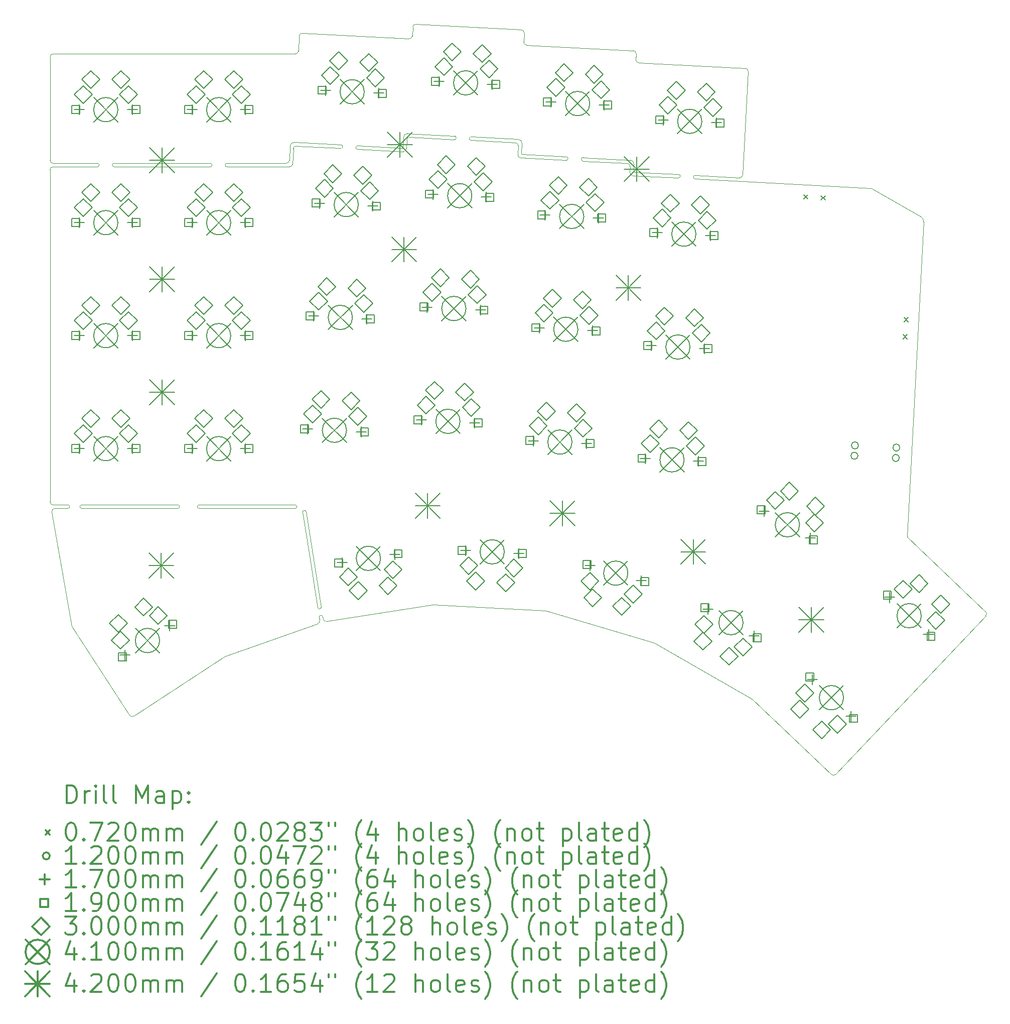
<source format=gbr>
%FSLAX45Y45*%
G04 Gerber Fmt 4.5, Leading zero omitted, Abs format (unit mm)*
G04 Created by KiCad (PCBNEW (5.1.12-1-10_14)) date 2021-12-17 12:39:09*
%MOMM*%
%LPD*%
G01*
G04 APERTURE LIST*
%TA.AperFunction,Profile*%
%ADD10C,0.050000*%
%TD*%
%ADD11C,0.200000*%
%ADD12C,0.300000*%
G04 APERTURE END LIST*
D10*
X8147050Y-10734040D02*
X8364973Y-10733992D01*
X8113522Y-10673840D02*
X8364973Y-10673993D01*
X8113522Y-10673840D02*
G75*
G02*
X8063992Y-10623550I508J50036D01*
G01*
X8095224Y-10794240D02*
G75*
G02*
X8147050Y-10734040I48778J10416D01*
G01*
X8364973Y-10673993D02*
G75*
G02*
X8364973Y-10733992I3J-30000D01*
G01*
X12672551Y-12597384D02*
X12666135Y-12559762D01*
X12732011Y-12638134D02*
G75*
G02*
X12672551Y-12597384I-10676J48179D01*
G01*
X12614204Y-12616676D02*
X12606874Y-12569147D01*
X12614204Y-12616676D02*
G75*
G02*
X12582128Y-12674046I-48808J-10363D01*
G01*
X12606875Y-12569147D02*
G75*
G02*
X12666135Y-12559762I29630J4696D01*
G01*
X12511545Y-11592767D02*
X12638526Y-12394602D01*
X12638526Y-12394599D02*
G75*
G02*
X12579266Y-12403988I-29630J-4697D01*
G01*
X12450250Y-11589312D02*
X12325442Y-10801307D01*
X12511545Y-11592767D02*
X12384703Y-10791922D01*
X12325443Y-10801307D02*
G75*
G02*
X12384703Y-10791922I29630J4696D01*
G01*
X12450250Y-11589312D02*
X12579266Y-12403988D01*
X11389545Y-10733993D02*
X10577718Y-10733976D01*
X10577721Y-10733976D02*
G75*
G02*
X10577718Y-10673977I-4J30000D01*
G01*
X11402545Y-10673993D02*
X12200373Y-10673993D01*
X11389545Y-10733993D02*
X12200373Y-10733992D01*
X12200373Y-10673993D02*
G75*
G02*
X12200373Y-10733992I3J-30000D01*
G01*
X11402545Y-10673993D02*
X10577718Y-10673977D01*
X9421346Y-10673993D02*
X10219173Y-10673993D01*
X9408345Y-10733993D02*
X10219173Y-10733992D01*
X10219173Y-10673993D02*
G75*
G02*
X10219173Y-10733992I3J-30000D01*
G01*
X9408345Y-10733993D02*
X8596518Y-10733976D01*
X9421346Y-10673993D02*
X8596518Y-10673977D01*
X8596521Y-10733976D02*
G75*
G02*
X8596518Y-10673977I-4J30000D01*
G01*
X8063493Y-8872715D02*
X8062477Y-7302368D01*
X11015218Y-13231876D02*
X12582128Y-12674046D01*
X8431218Y-12723550D02*
X8095224Y-10794240D01*
X23851817Y-12474002D02*
G75*
G02*
X23853667Y-12544689I-34418J-36269D01*
G01*
X21317212Y-15217294D02*
G75*
G02*
X21246525Y-15219146I-36269J34418D01*
G01*
X12103023Y-4974173D02*
X12086985Y-4975051D01*
X12048532Y-4914239D02*
X12035985Y-4915051D01*
X9472492Y-14234121D02*
G75*
G02*
X9403327Y-14219419I-27232J41934D01*
G01*
X8063986Y-3119521D02*
G75*
G02*
X8113985Y-3069521I50000J0D01*
G01*
X8113984Y-4915051D02*
G75*
G02*
X8063986Y-4865051I0J49999D01*
G01*
X9145161Y-4975034D02*
G75*
G02*
X9145158Y-4915035I-4J30000D01*
G01*
X9969986Y-4915051D02*
X9145158Y-4915035D01*
X9956985Y-4975051D02*
X9145158Y-4975034D01*
X8862813Y-4915051D02*
G75*
G02*
X8862813Y-4975050I3J-30000D01*
G01*
X8112813Y-4975051D02*
X8862813Y-4975050D01*
X8113985Y-4915051D02*
X8862813Y-4915051D01*
X8062812Y-5025051D02*
G75*
G02*
X8112813Y-4975051I50000J0D01*
G01*
X11050313Y-4915051D02*
X12035985Y-4915051D01*
X11050312Y-4975051D02*
X12086985Y-4975051D01*
X11050313Y-4975051D02*
G75*
G02*
X11050313Y-4915051I0J30000D01*
G01*
X10767813Y-4915051D02*
G75*
G02*
X10767813Y-4975050I3J-30000D01*
G01*
X9956985Y-4975051D02*
X10767813Y-4975050D01*
X9969986Y-4915051D02*
X10767813Y-4915051D01*
X12155572Y-4926859D02*
G75*
G02*
X12103023Y-4974173I-49932J2617D01*
G01*
X12101080Y-4866924D02*
G75*
G02*
X12048532Y-4914239I-49932J2617D01*
G01*
X12202259Y-3070082D02*
X12159838Y-3069264D01*
X12254806Y-3022768D02*
G75*
G02*
X12202259Y-3070082I-49931J2617D01*
G01*
X19797905Y-3313942D02*
G75*
G02*
X19845220Y-3366490I-2616J-49932D01*
G01*
X17995379Y-3219475D02*
G75*
G02*
X17948064Y-3166927I2617J49931D01*
G01*
X17905983Y-3014517D02*
G75*
G02*
X17953298Y-3067065I-2617J-49931D01*
G01*
X16103457Y-2920050D02*
G75*
G02*
X16056143Y-2867502I2617J49931D01*
G01*
X16016678Y-2665159D02*
G75*
G02*
X16063993Y-2717707I-2617J-49932D01*
G01*
X14183574Y-2619159D02*
G75*
G02*
X14236122Y-2571844I49931J-2617D01*
G01*
X14175722Y-2768952D02*
G75*
G02*
X14123175Y-2816268I-49931J2616D01*
G01*
X12268100Y-2769116D02*
G75*
G02*
X12320648Y-2721801I49932J-2617D01*
G01*
X17895679Y-5121864D02*
G75*
G02*
X17848365Y-5069317I2617J49931D01*
G01*
X14009638Y-4657850D02*
G75*
G03*
X14020148Y-4648387I524J9986D01*
G01*
X14077021Y-4671395D02*
G75*
G02*
X14024473Y-4718708I-49931J2617D01*
G01*
X16003757Y-4822439D02*
G75*
G02*
X15956442Y-4769891I2617J49931D01*
G01*
X19753894Y-5109101D02*
G75*
G02*
X19701346Y-5156415I-49931J2617D01*
G01*
X19701346Y-5156415D02*
X18952372Y-5117164D01*
X18949233Y-5177080D02*
G75*
G02*
X18952372Y-5117164I1572J29958D01*
G01*
X18949233Y-5177080D02*
X19748137Y-5218948D01*
X18670260Y-5102378D02*
X17918792Y-5062996D01*
X17909329Y-5052486D02*
G75*
G03*
X17918792Y-5062996I9986J-524D01*
G01*
X18667120Y-5162296D02*
X17895679Y-5121865D01*
X18667120Y-5162297D02*
G75*
G03*
X18670260Y-5102378I1570J29960D01*
G01*
X17848365Y-5069317D02*
X17853598Y-4969454D01*
X17854362Y-4859345D02*
X17060451Y-4817738D01*
X17057311Y-4877653D02*
X17806283Y-4916906D01*
X17854362Y-4859343D02*
G75*
G02*
X17915871Y-4927655I-3401J-64911D01*
G01*
X17057310Y-4877653D02*
G75*
G02*
X17060451Y-4817738I1572J29958D01*
G01*
X17909329Y-5052486D02*
X17915871Y-4927655D01*
X17806283Y-4916906D02*
G75*
G02*
X17853598Y-4969454I-2617J-49931D01*
G01*
X16017407Y-4753058D02*
G75*
G03*
X16026869Y-4763568I9986J-524D01*
G01*
X16778338Y-4802951D02*
X16026869Y-4763568D01*
X16775199Y-4862868D02*
X16003757Y-4822439D01*
X16775199Y-4862868D02*
G75*
G03*
X16778338Y-4802951I1570J29959D01*
G01*
X15956442Y-4769891D02*
X15964293Y-4620097D01*
X16017407Y-4753059D02*
X16026566Y-4578298D01*
X12168899Y-4671531D02*
G75*
G02*
X12221448Y-4624216I49932J-2617D01*
G01*
X12182146Y-4562074D02*
X12973560Y-4603551D01*
X12221448Y-4624216D02*
X12970420Y-4663469D01*
X12113833Y-4623582D02*
G75*
G02*
X12182146Y-4562074I64911J-3403D01*
G01*
X12973560Y-4603551D02*
G75*
G02*
X12970420Y-4663469I-1568J-29959D01*
G01*
X13252532Y-4678253D02*
G75*
G02*
X13255673Y-4618336I1571J29958D01*
G01*
X15916978Y-4567548D02*
G75*
G02*
X15964293Y-4620097I-2617J-49932D01*
G01*
X14084373Y-4521573D02*
G75*
G02*
X14136921Y-4474259I49932J-2617D01*
G01*
X22756193Y-5811672D02*
G75*
G02*
X22804886Y-5898970I-50889J-85614D01*
G01*
X22531860Y-11221372D02*
X22526811Y-11204996D01*
X22531860Y-11221372D02*
X23851816Y-12474002D01*
X21922841Y-5332919D02*
X21929665Y-5334349D01*
X21929665Y-5334349D02*
X22756194Y-5811673D01*
X14523931Y-12355374D02*
X12732011Y-12638134D01*
X11774128Y-3069528D02*
X12159838Y-3069264D01*
X23853667Y-12544689D02*
X21317212Y-15217294D01*
X22804886Y-5898970D02*
X22526811Y-11204996D01*
X21922841Y-5332919D02*
X19748137Y-5218948D01*
X11015218Y-13231876D02*
X9472493Y-14234121D01*
X16427155Y-12454710D02*
X18257496Y-12997324D01*
X16427155Y-12454710D02*
X14523931Y-12355374D01*
X18257496Y-12997324D02*
X19910792Y-13950901D01*
X19910792Y-13950901D02*
X21246525Y-15219146D01*
X14889033Y-4453593D02*
G75*
G02*
X14885893Y-4513511I-1567J-29959D01*
G01*
X15168006Y-4528296D02*
G75*
G02*
X15171145Y-4468381I1571J29958D01*
G01*
X15965057Y-4509987D02*
G75*
G02*
X16026566Y-4578298I-3401J-64910D01*
G01*
X14029307Y-4473626D02*
G75*
G02*
X14097619Y-4412117I64911J-3403D01*
G01*
X8063493Y-8872715D02*
X8063992Y-10623550D01*
X9403327Y-14219419D02*
X8431218Y-12723550D01*
X8062812Y-5025050D02*
X8062477Y-7302368D01*
X14183573Y-2619159D02*
X14175723Y-2768953D01*
X16016678Y-2665159D02*
X14236122Y-2571844D01*
X16056143Y-2867502D02*
X16063993Y-2717707D01*
X17905983Y-3014516D02*
X16103457Y-2920050D01*
X17948064Y-3166927D02*
X17953298Y-3067065D01*
X19797905Y-3313942D02*
X17995379Y-3219476D01*
X19753893Y-5109101D02*
X19845220Y-3366490D01*
X15168006Y-4528296D02*
X15916978Y-4567548D01*
X15965056Y-4509987D02*
X15171145Y-4468381D01*
X12320648Y-2721801D02*
X14123175Y-2816268D01*
X12254807Y-3022768D02*
X12268100Y-2769116D01*
X8113985Y-3069521D02*
X11774128Y-3069528D01*
X8063986Y-4865051D02*
X8063985Y-3119521D01*
X14136921Y-4474259D02*
X14885893Y-4513511D01*
X14077022Y-4671394D02*
X14084372Y-4521574D01*
X13252533Y-4678253D02*
X14024473Y-4718708D01*
X14097619Y-4412117D02*
X14889034Y-4453593D01*
X14020148Y-4648387D02*
X14029307Y-4473626D01*
X13255673Y-4618336D02*
X14009637Y-4657850D01*
X12168900Y-4671531D02*
X12155570Y-4926859D01*
X12113833Y-4623583D02*
X12101081Y-4866925D01*
D11*
X20781481Y-5445199D02*
X20853481Y-5517199D01*
X20853481Y-5445199D02*
X20781481Y-5517199D01*
X21071083Y-5460377D02*
X21143083Y-5532377D01*
X21143083Y-5460377D02*
X21071083Y-5532377D01*
X22458371Y-7803193D02*
X22530371Y-7875193D01*
X22530371Y-7803193D02*
X22458371Y-7875193D01*
X22473548Y-7513590D02*
X22545548Y-7585590D01*
X22545548Y-7513590D02*
X22473548Y-7585590D01*
X21697080Y-9845822D02*
G75*
G03*
X21697080Y-9845822I-60000J0D01*
G01*
X21706239Y-9671062D02*
G75*
G03*
X21706239Y-9671062I-60000J0D01*
G01*
X22396121Y-9882457D02*
G75*
G03*
X22396121Y-9882457I-60000J0D01*
G01*
X22405280Y-9707697D02*
G75*
G03*
X22405280Y-9707697I-60000J0D01*
G01*
X8554125Y-9640524D02*
X8554125Y-9810524D01*
X8469125Y-9725524D02*
X8639125Y-9725524D01*
X8554126Y-5830524D02*
X8554126Y-6000524D01*
X8469126Y-5915524D02*
X8639126Y-5915524D01*
X8554126Y-7735525D02*
X8554126Y-7905525D01*
X8469126Y-7820525D02*
X8639126Y-7820525D01*
X8554127Y-3925523D02*
X8554127Y-4095523D01*
X8469127Y-4010523D02*
X8639127Y-4010523D01*
X9330497Y-13120490D02*
X9330497Y-13290490D01*
X9245497Y-13205490D02*
X9415497Y-13205490D01*
X9454125Y-9640524D02*
X9454125Y-9810524D01*
X9369125Y-9725524D02*
X9539125Y-9725524D01*
X9454126Y-5830524D02*
X9454126Y-6000524D01*
X9369126Y-5915524D02*
X9539126Y-5915524D01*
X9454126Y-7735525D02*
X9454126Y-7905525D01*
X9369126Y-7820525D02*
X9539126Y-7820525D01*
X9454127Y-3925523D02*
X9454127Y-4095523D01*
X9369127Y-4010523D02*
X9539127Y-4010523D01*
X10085300Y-12630315D02*
X10085300Y-12800315D01*
X10000300Y-12715315D02*
X10170300Y-12715315D01*
X10459125Y-9640525D02*
X10459125Y-9810525D01*
X10374125Y-9725525D02*
X10544125Y-9725525D01*
X10459126Y-3925523D02*
X10459126Y-4095523D01*
X10374126Y-4010523D02*
X10544126Y-4010523D01*
X10459127Y-7735525D02*
X10459127Y-7905525D01*
X10374127Y-7820525D02*
X10544127Y-7820525D01*
X10459127Y-5830525D02*
X10459127Y-6000525D01*
X10374127Y-5915525D02*
X10544127Y-5915525D01*
X11359125Y-9640525D02*
X11359125Y-9810525D01*
X11274125Y-9725525D02*
X11444125Y-9725525D01*
X11359126Y-3925523D02*
X11359126Y-4095523D01*
X11274126Y-4010523D02*
X11444126Y-4010523D01*
X11359127Y-7735525D02*
X11359127Y-7905525D01*
X11274127Y-7820525D02*
X11444127Y-7820525D01*
X11359127Y-5830525D02*
X11359127Y-6000525D01*
X11274127Y-5915525D02*
X11444127Y-5915525D01*
X12413283Y-9307195D02*
X12413283Y-9477195D01*
X12328283Y-9392195D02*
X12498283Y-9392195D01*
X12512982Y-7404807D02*
X12512982Y-7574807D01*
X12427982Y-7489807D02*
X12597982Y-7489807D01*
X12612681Y-5502417D02*
X12612681Y-5672417D01*
X12527681Y-5587417D02*
X12697681Y-5587417D01*
X12712381Y-3600028D02*
X12712381Y-3770028D01*
X12627381Y-3685028D02*
X12797381Y-3685028D01*
X12991496Y-11560930D02*
X12991496Y-11730930D01*
X12906496Y-11645930D02*
X13076496Y-11645930D01*
X13312049Y-9354298D02*
X13312049Y-9524298D01*
X13227049Y-9439298D02*
X13397049Y-9439298D01*
X13411748Y-7451909D02*
X13411748Y-7621909D01*
X13326748Y-7536909D02*
X13496748Y-7536909D01*
X13511447Y-5549519D02*
X13511447Y-5719519D01*
X13426447Y-5634519D02*
X13596447Y-5634519D01*
X13611148Y-3647130D02*
X13611148Y-3817130D01*
X13526148Y-3732130D02*
X13696148Y-3732130D01*
X13880415Y-11420139D02*
X13880415Y-11590139D01*
X13795415Y-11505139D02*
X13965415Y-11505139D01*
X14328795Y-9156489D02*
X14328795Y-9326489D01*
X14243795Y-9241489D02*
X14413795Y-9241489D01*
X14428454Y-7254850D02*
X14428454Y-7424850D01*
X14343454Y-7339850D02*
X14513454Y-7339850D01*
X14528154Y-5352461D02*
X14528154Y-5522461D01*
X14443154Y-5437461D02*
X14613154Y-5437461D01*
X14627853Y-3450071D02*
X14627853Y-3620071D01*
X14542853Y-3535071D02*
X14712853Y-3535071D01*
X15075798Y-11356760D02*
X15075798Y-11526760D01*
X14990798Y-11441760D02*
X15160798Y-11441760D01*
X15227561Y-9203592D02*
X15227561Y-9373592D01*
X15142561Y-9288592D02*
X15312561Y-9288592D01*
X15327220Y-7301952D02*
X15327220Y-7471952D01*
X15242220Y-7386952D02*
X15412220Y-7386952D01*
X15426921Y-5399563D02*
X15426921Y-5569563D01*
X15341921Y-5484563D02*
X15511921Y-5484563D01*
X15526619Y-3497173D02*
X15526619Y-3667173D01*
X15441619Y-3582173D02*
X15611619Y-3582173D01*
X15974565Y-11403863D02*
X15974565Y-11573863D01*
X15889565Y-11488863D02*
X16059565Y-11488863D01*
X16218061Y-9506594D02*
X16218061Y-9676594D01*
X16133061Y-9591594D02*
X16303061Y-9591594D01*
X16317759Y-7604204D02*
X16317759Y-7774204D01*
X16232759Y-7689204D02*
X16402759Y-7689204D01*
X16417461Y-5701816D02*
X16417461Y-5871816D01*
X16332461Y-5786816D02*
X16502461Y-5786816D01*
X16517162Y-3799425D02*
X16517162Y-3969425D01*
X16432162Y-3884425D02*
X16602162Y-3884425D01*
X17116828Y-9553697D02*
X17116828Y-9723697D01*
X17031828Y-9638697D02*
X17201828Y-9638697D01*
X17178891Y-11612085D02*
X17178891Y-11782085D01*
X17093891Y-11697085D02*
X17263891Y-11697085D01*
X17216526Y-7651306D02*
X17216526Y-7821306D01*
X17131526Y-7736306D02*
X17301526Y-7736306D01*
X17316228Y-5748919D02*
X17316228Y-5918919D01*
X17231228Y-5833919D02*
X17401228Y-5833919D01*
X17415929Y-3846527D02*
X17415929Y-4016527D01*
X17330929Y-3931527D02*
X17500929Y-3931527D01*
X18041829Y-11867699D02*
X18041829Y-12037699D01*
X17956829Y-11952699D02*
X18126829Y-11952699D01*
X18109982Y-9806022D02*
X18109982Y-9976022D01*
X18024982Y-9891022D02*
X18194982Y-9891022D01*
X18209684Y-7903632D02*
X18209684Y-8073632D01*
X18124684Y-7988632D02*
X18294684Y-7988632D01*
X18309383Y-6001240D02*
X18309383Y-6171240D01*
X18224383Y-6086240D02*
X18394383Y-6086240D01*
X18409081Y-4098854D02*
X18409081Y-4268854D01*
X18324081Y-4183854D02*
X18494081Y-4183854D01*
X19008748Y-9853125D02*
X19008748Y-10023125D01*
X18923748Y-9938125D02*
X19093748Y-9938125D01*
X19108450Y-7950735D02*
X19108450Y-8120735D01*
X19023450Y-8035735D02*
X19193450Y-8035735D01*
X19164702Y-12348836D02*
X19164702Y-12518836D01*
X19079702Y-12433836D02*
X19249702Y-12433836D01*
X19208149Y-6048343D02*
X19208149Y-6218343D01*
X19123149Y-6133343D02*
X19293149Y-6133343D01*
X19307848Y-4145957D02*
X19307848Y-4315957D01*
X19222848Y-4230957D02*
X19392848Y-4230957D01*
X19944125Y-12798836D02*
X19944125Y-12968836D01*
X19859125Y-12883836D02*
X20029125Y-12883836D01*
X20117203Y-10699061D02*
X20117203Y-10869061D01*
X20032203Y-10784061D02*
X20202203Y-10784061D01*
X20896626Y-11149061D02*
X20896626Y-11319061D01*
X20811626Y-11234061D02*
X20981626Y-11234061D01*
X20923217Y-13529685D02*
X20923217Y-13699685D01*
X20838217Y-13614685D02*
X21008217Y-13614685D01*
X21576054Y-14149204D02*
X21576054Y-14319204D01*
X21491054Y-14234204D02*
X21661054Y-14234204D01*
X22234529Y-12147852D02*
X22234529Y-12317852D01*
X22149529Y-12232852D02*
X22319529Y-12232852D01*
X22887366Y-12767371D02*
X22887366Y-12937371D01*
X22802366Y-12852371D02*
X22972366Y-12852371D01*
X8563300Y-9792699D02*
X8563300Y-9658348D01*
X8428949Y-9658348D01*
X8428949Y-9792699D01*
X8563300Y-9792699D01*
X8563301Y-5982700D02*
X8563301Y-5848349D01*
X8428950Y-5848349D01*
X8428950Y-5982700D01*
X8563301Y-5982700D01*
X8563302Y-7887700D02*
X8563302Y-7753349D01*
X8428950Y-7753349D01*
X8428950Y-7887700D01*
X8563302Y-7887700D01*
X8563303Y-4077699D02*
X8563303Y-3943347D01*
X8428952Y-3943347D01*
X8428952Y-4077699D01*
X8563303Y-4077699D01*
X9349030Y-13304255D02*
X9349030Y-13169904D01*
X9214678Y-13169904D01*
X9214678Y-13304255D01*
X9349030Y-13304255D01*
X9579300Y-9792699D02*
X9579300Y-9658348D01*
X9444949Y-9658348D01*
X9444949Y-9792699D01*
X9579300Y-9792699D01*
X9579301Y-5982700D02*
X9579301Y-5848349D01*
X9444950Y-5848349D01*
X9444950Y-5982700D01*
X9579301Y-5982700D01*
X9579302Y-7887700D02*
X9579302Y-7753349D01*
X9444950Y-7753349D01*
X9444950Y-7887700D01*
X9579302Y-7887700D01*
X9579303Y-4077699D02*
X9579303Y-3943347D01*
X9444952Y-3943347D01*
X9444952Y-4077699D01*
X9579303Y-4077699D01*
X10201119Y-12750902D02*
X10201119Y-12616550D01*
X10066767Y-12616550D01*
X10066767Y-12750902D01*
X10201119Y-12750902D01*
X10468301Y-9792701D02*
X10468301Y-9658349D01*
X10333949Y-9658349D01*
X10333949Y-9792701D01*
X10468301Y-9792701D01*
X10468302Y-4077699D02*
X10468302Y-3943347D01*
X10333950Y-3943347D01*
X10333950Y-4077699D01*
X10468302Y-4077699D01*
X10468303Y-7887701D02*
X10468303Y-7753349D01*
X10333951Y-7753349D01*
X10333951Y-7887701D01*
X10468303Y-7887701D01*
X10468303Y-5982700D02*
X10468303Y-5848349D01*
X10333951Y-5848349D01*
X10333951Y-5982700D01*
X10468303Y-5982700D01*
X11484301Y-9792701D02*
X11484301Y-9658349D01*
X11349949Y-9658349D01*
X11349949Y-9792701D01*
X11484301Y-9792701D01*
X11484302Y-4077699D02*
X11484302Y-3943347D01*
X11349950Y-3943347D01*
X11349950Y-4077699D01*
X11484302Y-4077699D01*
X11484303Y-7887701D02*
X11484303Y-7753349D01*
X11349951Y-7753349D01*
X11349951Y-7887701D01*
X11484303Y-7887701D01*
X11484303Y-5982700D02*
X11484303Y-5848349D01*
X11349951Y-5848349D01*
X11349951Y-5982700D01*
X11484303Y-5982700D01*
X12422538Y-9456336D02*
X12422538Y-9321984D01*
X12288186Y-9321984D01*
X12288186Y-9456336D01*
X12422538Y-9456336D01*
X12522237Y-7553947D02*
X12522237Y-7419595D01*
X12387886Y-7419595D01*
X12387886Y-7553947D01*
X12522237Y-7553947D01*
X12621936Y-5651557D02*
X12621936Y-5517206D01*
X12487585Y-5517206D01*
X12487585Y-5651557D01*
X12621936Y-5651557D01*
X12721636Y-3749168D02*
X12721636Y-3614817D01*
X12587285Y-3614817D01*
X12587285Y-3749168D01*
X12721636Y-3749168D01*
X13001386Y-11722179D02*
X13001386Y-11587827D01*
X12867034Y-11587827D01*
X12867034Y-11722179D01*
X13001386Y-11722179D01*
X13437146Y-9509509D02*
X13437146Y-9375158D01*
X13302794Y-9375158D01*
X13302794Y-9509509D01*
X13437146Y-9509509D01*
X13536845Y-7607120D02*
X13536845Y-7472769D01*
X13402493Y-7472769D01*
X13402493Y-7607120D01*
X13536845Y-7607120D01*
X13636544Y-5704731D02*
X13636544Y-5570379D01*
X13502192Y-5570379D01*
X13502192Y-5704731D01*
X13636544Y-5704731D01*
X13736244Y-3802342D02*
X13736244Y-3667990D01*
X13601892Y-3667990D01*
X13601892Y-3802342D01*
X13736244Y-3802342D01*
X14004877Y-11563241D02*
X14004877Y-11428890D01*
X13870525Y-11428890D01*
X13870525Y-11563241D01*
X14004877Y-11563241D01*
X14338050Y-9305630D02*
X14338050Y-9171278D01*
X14203698Y-9171278D01*
X14203698Y-9305630D01*
X14338050Y-9305630D01*
X14437709Y-7403990D02*
X14437709Y-7269639D01*
X14303357Y-7269639D01*
X14303357Y-7403990D01*
X14437709Y-7403990D01*
X14537409Y-5501601D02*
X14537409Y-5367249D01*
X14403058Y-5367249D01*
X14403058Y-5501601D01*
X14537409Y-5501601D01*
X14637108Y-3599211D02*
X14637108Y-3464860D01*
X14502757Y-3464860D01*
X14502757Y-3599211D01*
X14637108Y-3599211D01*
X15085053Y-11505901D02*
X15085053Y-11371549D01*
X14950702Y-11371549D01*
X14950702Y-11505901D01*
X15085053Y-11505901D01*
X15352658Y-9358803D02*
X15352658Y-9224451D01*
X15218306Y-9224451D01*
X15218306Y-9358803D01*
X15352658Y-9358803D01*
X15452317Y-7457164D02*
X15452317Y-7322812D01*
X15317965Y-7322812D01*
X15317965Y-7457164D01*
X15452317Y-7457164D01*
X15552017Y-5554774D02*
X15552017Y-5420423D01*
X15417665Y-5420423D01*
X15417665Y-5554774D01*
X15552017Y-5554774D01*
X15651716Y-3652385D02*
X15651716Y-3518033D01*
X15517364Y-3518033D01*
X15517364Y-3652385D01*
X15651716Y-3652385D01*
X16099661Y-11559074D02*
X16099661Y-11424722D01*
X15965309Y-11424722D01*
X15965309Y-11559074D01*
X16099661Y-11559074D01*
X16227316Y-9655735D02*
X16227316Y-9521383D01*
X16092965Y-9521383D01*
X16092965Y-9655735D01*
X16227316Y-9655735D01*
X16327015Y-7753344D02*
X16327015Y-7618992D01*
X16192663Y-7618992D01*
X16192663Y-7753344D01*
X16327015Y-7753344D01*
X16426716Y-5850957D02*
X16426716Y-5716605D01*
X16292365Y-5716605D01*
X16292365Y-5850957D01*
X16426716Y-5850957D01*
X16526417Y-3948565D02*
X16526417Y-3814214D01*
X16392066Y-3814214D01*
X16392066Y-3948565D01*
X16526417Y-3948565D01*
X17190456Y-11747788D02*
X17190456Y-11613436D01*
X17056104Y-11613436D01*
X17056104Y-11747788D01*
X17190456Y-11747788D01*
X17241924Y-9708908D02*
X17241924Y-9574556D01*
X17107572Y-9574556D01*
X17107572Y-9708908D01*
X17241924Y-9708908D01*
X17341622Y-7806517D02*
X17341622Y-7672166D01*
X17207271Y-7672166D01*
X17207271Y-7806517D01*
X17341622Y-7806517D01*
X17441324Y-5904130D02*
X17441324Y-5769778D01*
X17306973Y-5769778D01*
X17306973Y-5904130D01*
X17441324Y-5904130D01*
X17541025Y-4001739D02*
X17541025Y-3867387D01*
X17406673Y-3867387D01*
X17406673Y-4001739D01*
X17541025Y-4001739D01*
X18119237Y-9955162D02*
X18119237Y-9820811D01*
X17984885Y-9820811D01*
X17984885Y-9955162D01*
X18119237Y-9955162D01*
X18164617Y-12036348D02*
X18164617Y-11901996D01*
X18030265Y-11901996D01*
X18030265Y-12036348D01*
X18164617Y-12036348D01*
X18218939Y-8052773D02*
X18218939Y-7918421D01*
X18084588Y-7918421D01*
X18084588Y-8052773D01*
X18218939Y-8052773D01*
X18318638Y-6150381D02*
X18318638Y-6016029D01*
X18184286Y-6016029D01*
X18184286Y-6150381D01*
X18318638Y-6150381D01*
X18418337Y-4247995D02*
X18418337Y-4113643D01*
X18283985Y-4113643D01*
X18283985Y-4247995D01*
X18418337Y-4247995D01*
X19133844Y-10008336D02*
X19133844Y-9873984D01*
X18999493Y-9873984D01*
X18999493Y-10008336D01*
X19133844Y-10008336D01*
X19181648Y-12472012D02*
X19181648Y-12337661D01*
X19047297Y-12337661D01*
X19047297Y-12472012D01*
X19181648Y-12472012D01*
X19233547Y-8105946D02*
X19233547Y-7971595D01*
X19099195Y-7971595D01*
X19099195Y-8105946D01*
X19233547Y-8105946D01*
X19333245Y-6203554D02*
X19333245Y-6069202D01*
X19198894Y-6069202D01*
X19198894Y-6203554D01*
X19333245Y-6203554D01*
X19432944Y-4301168D02*
X19432944Y-4166816D01*
X19298593Y-4166816D01*
X19298593Y-4301168D01*
X19432944Y-4301168D01*
X20061530Y-12980012D02*
X20061530Y-12845661D01*
X19927179Y-12845661D01*
X19927179Y-12980012D01*
X20061530Y-12980012D01*
X20134149Y-10822237D02*
X20134149Y-10687885D01*
X19999797Y-10687885D01*
X19999797Y-10822237D01*
X20134149Y-10822237D01*
X20948321Y-13641936D02*
X20948321Y-13507584D01*
X20813970Y-13507584D01*
X20813970Y-13641936D01*
X20948321Y-13641936D01*
X21014031Y-11330237D02*
X21014031Y-11195885D01*
X20879679Y-11195885D01*
X20879679Y-11330237D01*
X21014031Y-11330237D01*
X21685302Y-14341304D02*
X21685302Y-14206953D01*
X21550950Y-14206953D01*
X21550950Y-14341304D01*
X21685302Y-14341304D01*
X22259633Y-12260103D02*
X22259633Y-12125752D01*
X22125281Y-12125752D01*
X22125281Y-12260103D01*
X22259633Y-12260103D01*
X22996613Y-12959471D02*
X22996613Y-12825120D01*
X22862261Y-12825120D01*
X22862261Y-12959471D01*
X22996613Y-12959471D01*
X8623125Y-9621524D02*
X8773125Y-9471524D01*
X8623125Y-9321524D01*
X8473125Y-9471524D01*
X8623125Y-9621524D01*
X8623126Y-5811524D02*
X8773126Y-5661524D01*
X8623126Y-5511524D01*
X8473126Y-5661524D01*
X8623126Y-5811524D01*
X8623126Y-7716525D02*
X8773126Y-7566525D01*
X8623126Y-7416525D01*
X8473126Y-7566525D01*
X8623126Y-7716525D01*
X8623127Y-3906523D02*
X8773127Y-3756523D01*
X8623127Y-3606523D01*
X8473127Y-3756523D01*
X8623127Y-3906523D01*
X8750125Y-9367524D02*
X8900125Y-9217524D01*
X8750125Y-9067524D01*
X8600125Y-9217524D01*
X8750125Y-9367524D01*
X8750126Y-5557524D02*
X8900126Y-5407524D01*
X8750126Y-5257524D01*
X8600126Y-5407524D01*
X8750126Y-5557524D01*
X8750126Y-7462525D02*
X8900126Y-7312525D01*
X8750126Y-7162525D01*
X8600126Y-7312525D01*
X8750126Y-7462525D01*
X8750127Y-3652523D02*
X8900127Y-3502523D01*
X8750127Y-3352523D01*
X8600127Y-3502523D01*
X8750127Y-3652523D01*
X9218200Y-12822696D02*
X9368200Y-12672696D01*
X9218200Y-12522696D01*
X9068200Y-12672696D01*
X9218200Y-12822696D01*
X9250027Y-13104888D02*
X9400027Y-12954888D01*
X9250027Y-12804888D01*
X9100027Y-12954888D01*
X9250027Y-13104888D01*
X9258125Y-9367524D02*
X9408125Y-9217524D01*
X9258125Y-9067524D01*
X9108125Y-9217524D01*
X9258125Y-9367524D01*
X9258126Y-5557524D02*
X9408126Y-5407524D01*
X9258126Y-5257524D01*
X9108126Y-5407524D01*
X9258126Y-5557524D01*
X9258126Y-7462525D02*
X9408126Y-7312525D01*
X9258126Y-7162525D01*
X9108126Y-7312525D01*
X9258126Y-7462525D01*
X9258127Y-3652523D02*
X9408127Y-3502523D01*
X9258127Y-3352523D01*
X9108127Y-3502523D01*
X9258127Y-3652523D01*
X9385125Y-9621523D02*
X9535125Y-9471523D01*
X9385125Y-9321523D01*
X9235125Y-9471523D01*
X9385125Y-9621523D01*
X9385126Y-5811524D02*
X9535126Y-5661524D01*
X9385126Y-5511524D01*
X9235126Y-5661524D01*
X9385126Y-5811524D01*
X9385126Y-7716525D02*
X9535126Y-7566525D01*
X9385126Y-7416525D01*
X9235126Y-7566525D01*
X9385126Y-7716525D01*
X9385127Y-3906523D02*
X9535127Y-3756523D01*
X9385127Y-3606523D01*
X9235127Y-3756523D01*
X9385127Y-3906523D01*
X9644244Y-12546020D02*
X9794244Y-12396020D01*
X9644244Y-12246020D01*
X9494244Y-12396020D01*
X9644244Y-12546020D01*
X9889094Y-12689873D02*
X10039094Y-12539873D01*
X9889094Y-12389873D01*
X9739094Y-12539873D01*
X9889094Y-12689873D01*
X10528125Y-9621525D02*
X10678125Y-9471525D01*
X10528125Y-9321525D01*
X10378125Y-9471525D01*
X10528125Y-9621525D01*
X10528126Y-3906523D02*
X10678126Y-3756523D01*
X10528126Y-3606523D01*
X10378126Y-3756523D01*
X10528126Y-3906523D01*
X10528127Y-7716525D02*
X10678127Y-7566525D01*
X10528127Y-7416525D01*
X10378127Y-7566525D01*
X10528127Y-7716525D01*
X10528127Y-5811525D02*
X10678127Y-5661525D01*
X10528127Y-5511525D01*
X10378127Y-5661525D01*
X10528127Y-5811525D01*
X10655125Y-9367525D02*
X10805125Y-9217525D01*
X10655125Y-9067525D01*
X10505125Y-9217525D01*
X10655125Y-9367525D01*
X10655126Y-3652523D02*
X10805126Y-3502523D01*
X10655126Y-3352523D01*
X10505126Y-3502523D01*
X10655126Y-3652523D01*
X10655127Y-7462525D02*
X10805127Y-7312525D01*
X10655127Y-7162525D01*
X10505127Y-7312525D01*
X10655127Y-7462525D01*
X10655127Y-5557525D02*
X10805127Y-5407525D01*
X10655127Y-5257525D01*
X10505127Y-5407525D01*
X10655127Y-5557525D01*
X11163125Y-9367525D02*
X11313125Y-9217525D01*
X11163125Y-9067525D01*
X11013125Y-9217525D01*
X11163125Y-9367525D01*
X11163126Y-3652523D02*
X11313126Y-3502523D01*
X11163126Y-3352523D01*
X11013126Y-3502523D01*
X11163126Y-3652523D01*
X11163127Y-7462525D02*
X11313127Y-7312525D01*
X11163127Y-7162525D01*
X11013127Y-7312525D01*
X11163127Y-7462525D01*
X11163127Y-5557525D02*
X11313127Y-5407525D01*
X11163127Y-5257525D01*
X11013127Y-5407525D01*
X11163127Y-5557525D01*
X11290125Y-9621525D02*
X11440125Y-9471525D01*
X11290125Y-9321525D01*
X11140125Y-9471525D01*
X11290125Y-9621525D01*
X11290126Y-3906523D02*
X11440126Y-3756523D01*
X11290126Y-3606523D01*
X11140126Y-3756523D01*
X11290126Y-3906523D01*
X11290127Y-7716525D02*
X11440127Y-7566525D01*
X11290127Y-7416525D01*
X11140127Y-7566525D01*
X11290127Y-7716525D01*
X11290127Y-5811525D02*
X11440127Y-5661525D01*
X11290127Y-5511525D01*
X11140127Y-5661525D01*
X11290127Y-5811525D01*
X12495481Y-9292155D02*
X12645481Y-9142155D01*
X12495481Y-8992155D01*
X12345481Y-9142155D01*
X12495481Y-9292155D01*
X12595181Y-7389766D02*
X12745181Y-7239766D01*
X12595181Y-7089766D01*
X12445181Y-7239766D01*
X12595181Y-7389766D01*
X12635601Y-9045150D02*
X12785601Y-8895150D01*
X12635601Y-8745150D01*
X12485601Y-8895150D01*
X12635601Y-9045150D01*
X12694880Y-5487376D02*
X12844880Y-5337376D01*
X12694880Y-5187376D01*
X12544880Y-5337376D01*
X12694880Y-5487376D01*
X12735300Y-7142761D02*
X12885300Y-6992761D01*
X12735300Y-6842761D01*
X12585300Y-6992761D01*
X12735300Y-7142761D01*
X12794580Y-3584987D02*
X12944580Y-3434987D01*
X12794580Y-3284987D01*
X12644580Y-3434987D01*
X12794580Y-3584987D01*
X12834999Y-5240371D02*
X12984999Y-5090371D01*
X12834999Y-4940371D01*
X12684999Y-5090371D01*
X12834999Y-5240371D01*
X12934699Y-3337982D02*
X13084699Y-3187982D01*
X12934699Y-3037982D01*
X12784699Y-3187982D01*
X12934699Y-3337982D01*
X13099381Y-12036009D02*
X13249381Y-11886009D01*
X13099381Y-11736009D01*
X12949381Y-11886009D01*
X13099381Y-12036009D01*
X13142905Y-9071736D02*
X13292905Y-8921736D01*
X13142905Y-8771736D01*
X12992905Y-8921736D01*
X13142905Y-9071736D01*
X13242604Y-7169347D02*
X13392604Y-7019347D01*
X13242604Y-6869347D01*
X13092604Y-7019347D01*
X13242604Y-7169347D01*
X13256437Y-9332035D02*
X13406437Y-9182035D01*
X13256437Y-9032035D01*
X13106437Y-9182035D01*
X13256437Y-9332035D01*
X13264551Y-12267014D02*
X13414551Y-12117014D01*
X13264551Y-11967014D01*
X13114551Y-12117014D01*
X13264551Y-12267014D01*
X13342303Y-5266958D02*
X13492303Y-5116958D01*
X13342303Y-4966958D01*
X13192303Y-5116958D01*
X13342303Y-5266958D01*
X13356136Y-7429646D02*
X13506136Y-7279646D01*
X13356136Y-7129646D01*
X13206136Y-7279646D01*
X13356136Y-7429646D01*
X13442003Y-3364569D02*
X13592003Y-3214569D01*
X13442003Y-3064569D01*
X13292003Y-3214569D01*
X13442003Y-3364569D01*
X13455835Y-5527256D02*
X13605835Y-5377256D01*
X13455835Y-5227256D01*
X13305835Y-5377256D01*
X13455835Y-5527256D01*
X13555536Y-3624867D02*
X13705536Y-3474867D01*
X13555536Y-3324867D01*
X13405536Y-3474867D01*
X13555536Y-3624867D01*
X13766297Y-12187545D02*
X13916297Y-12037545D01*
X13766297Y-11887545D01*
X13616297Y-12037545D01*
X13766297Y-12187545D01*
X13851999Y-11916805D02*
X14001999Y-11766805D01*
X13851999Y-11616805D01*
X13701999Y-11766805D01*
X13851999Y-11916805D01*
X14410994Y-9141449D02*
X14560994Y-8991449D01*
X14410994Y-8841449D01*
X14260994Y-8991449D01*
X14410994Y-9141449D01*
X14510652Y-7239809D02*
X14660652Y-7089809D01*
X14510652Y-6939809D01*
X14360652Y-7089809D01*
X14510652Y-7239809D01*
X14551113Y-8894443D02*
X14701113Y-8744443D01*
X14551113Y-8594443D01*
X14401113Y-8744443D01*
X14551113Y-8894443D01*
X14610353Y-5337420D02*
X14760353Y-5187420D01*
X14610353Y-5037420D01*
X14460353Y-5187420D01*
X14610353Y-5337420D01*
X14650772Y-6992804D02*
X14800772Y-6842804D01*
X14650772Y-6692804D01*
X14500772Y-6842804D01*
X14650772Y-6992804D01*
X14710052Y-3435030D02*
X14860052Y-3285030D01*
X14710052Y-3135030D01*
X14560052Y-3285030D01*
X14710052Y-3435030D01*
X14750472Y-5090415D02*
X14900472Y-4940415D01*
X14750472Y-4790415D01*
X14600472Y-4940415D01*
X14750472Y-5090415D01*
X14850171Y-3188025D02*
X15000171Y-3038025D01*
X14850171Y-2888025D01*
X14700171Y-3038025D01*
X14850171Y-3188025D01*
X15058417Y-8921030D02*
X15208417Y-8771030D01*
X15058417Y-8621030D01*
X14908417Y-8771030D01*
X15058417Y-8921030D01*
X15131410Y-11849023D02*
X15281410Y-11699023D01*
X15131410Y-11549023D01*
X14981410Y-11699023D01*
X15131410Y-11849023D01*
X15158076Y-7019391D02*
X15308076Y-6869391D01*
X15158076Y-6719391D01*
X15008076Y-6869391D01*
X15158076Y-7019391D01*
X15171949Y-9181329D02*
X15321949Y-9031329D01*
X15171949Y-8881329D01*
X15021949Y-9031329D01*
X15171949Y-9181329D01*
X15244943Y-12109322D02*
X15394943Y-11959322D01*
X15244943Y-11809322D01*
X15094943Y-11959322D01*
X15244943Y-12109322D01*
X15257776Y-5117001D02*
X15407776Y-4967001D01*
X15257776Y-4817001D01*
X15107776Y-4967001D01*
X15257776Y-5117001D01*
X15271608Y-7279689D02*
X15421608Y-7129689D01*
X15271608Y-6979689D01*
X15121608Y-7129689D01*
X15271608Y-7279689D01*
X15357475Y-3214612D02*
X15507475Y-3064612D01*
X15357475Y-2914612D01*
X15207475Y-3064612D01*
X15357475Y-3214612D01*
X15371309Y-5377300D02*
X15521309Y-5227300D01*
X15371309Y-5077300D01*
X15221309Y-5227300D01*
X15371309Y-5377300D01*
X15471007Y-3474910D02*
X15621007Y-3324910D01*
X15471007Y-3174910D01*
X15321007Y-3324910D01*
X15471007Y-3474910D01*
X15752246Y-12135909D02*
X15902246Y-11985909D01*
X15752246Y-11835909D01*
X15602246Y-11985909D01*
X15752246Y-12135909D01*
X15892366Y-11888903D02*
X16042366Y-11738903D01*
X15892366Y-11588903D01*
X15742366Y-11738903D01*
X15892366Y-11888903D01*
X16300260Y-9491554D02*
X16450260Y-9341554D01*
X16300260Y-9191554D01*
X16150260Y-9341554D01*
X16300260Y-9491554D01*
X16399958Y-7589163D02*
X16549958Y-7439163D01*
X16399958Y-7289163D01*
X16249958Y-7439163D01*
X16399958Y-7589163D01*
X16440379Y-9244548D02*
X16590379Y-9094548D01*
X16440379Y-8944548D01*
X16290379Y-9094548D01*
X16440379Y-9244548D01*
X16499660Y-5686776D02*
X16649660Y-5536776D01*
X16499660Y-5386776D01*
X16349660Y-5536776D01*
X16499660Y-5686776D01*
X16540078Y-7342158D02*
X16690078Y-7192158D01*
X16540078Y-7042158D01*
X16390078Y-7192158D01*
X16540078Y-7342158D01*
X16599361Y-3784384D02*
X16749361Y-3634384D01*
X16599361Y-3484384D01*
X16449361Y-3634384D01*
X16599361Y-3784384D01*
X16639779Y-5439770D02*
X16789779Y-5289770D01*
X16639779Y-5139770D01*
X16489779Y-5289770D01*
X16639779Y-5439770D01*
X16739480Y-3537379D02*
X16889480Y-3387379D01*
X16739480Y-3237379D01*
X16589480Y-3387379D01*
X16739480Y-3537379D01*
X16947683Y-9271135D02*
X17097683Y-9121135D01*
X16947683Y-8971135D01*
X16797683Y-9121135D01*
X16947683Y-9271135D01*
X17047381Y-7368744D02*
X17197381Y-7218744D01*
X17047381Y-7068744D01*
X16897381Y-7218744D01*
X17047381Y-7368744D01*
X17061216Y-9531433D02*
X17211216Y-9381433D01*
X17061216Y-9231433D01*
X16911216Y-9381433D01*
X17061216Y-9531433D01*
X17147083Y-5466357D02*
X17297083Y-5316357D01*
X17147083Y-5166357D01*
X16997083Y-5316357D01*
X17147083Y-5466357D01*
X17160914Y-7629043D02*
X17310914Y-7479043D01*
X17160914Y-7329043D01*
X17010914Y-7479043D01*
X17160914Y-7629043D01*
X17172910Y-12110223D02*
X17322910Y-11960223D01*
X17172910Y-11810223D01*
X17022910Y-11960223D01*
X17172910Y-12110223D01*
X17222540Y-12389833D02*
X17372540Y-12239833D01*
X17222540Y-12089833D01*
X17072540Y-12239833D01*
X17222540Y-12389833D01*
X17246784Y-3563966D02*
X17396784Y-3413966D01*
X17246784Y-3263966D01*
X17096784Y-3413966D01*
X17246784Y-3563966D01*
X17260616Y-5726655D02*
X17410616Y-5576656D01*
X17260616Y-5426656D01*
X17110616Y-5576656D01*
X17260616Y-5726655D01*
X17360317Y-3824264D02*
X17510317Y-3674264D01*
X17360317Y-3524264D01*
X17210317Y-3674264D01*
X17360317Y-3824264D01*
X17709621Y-12534112D02*
X17859621Y-12384112D01*
X17709621Y-12234112D01*
X17559621Y-12384112D01*
X17709621Y-12534112D01*
X17903531Y-12326642D02*
X18053531Y-12176642D01*
X17903531Y-12026642D01*
X17753531Y-12176642D01*
X17903531Y-12326642D01*
X18192180Y-9790981D02*
X18342180Y-9640981D01*
X18192180Y-9490981D01*
X18042180Y-9640981D01*
X18192180Y-9790981D01*
X18291883Y-7888592D02*
X18441883Y-7738592D01*
X18291883Y-7588592D01*
X18141883Y-7738592D01*
X18291883Y-7888592D01*
X18332300Y-9543976D02*
X18482300Y-9393976D01*
X18332300Y-9243976D01*
X18182300Y-9393976D01*
X18332300Y-9543976D01*
X18391581Y-5986200D02*
X18541581Y-5836200D01*
X18391581Y-5686200D01*
X18241581Y-5836200D01*
X18391581Y-5986200D01*
X18432002Y-7641587D02*
X18582002Y-7491587D01*
X18432002Y-7341587D01*
X18282002Y-7491587D01*
X18432002Y-7641587D01*
X18491280Y-4083814D02*
X18641280Y-3933814D01*
X18491280Y-3783814D01*
X18341280Y-3933814D01*
X18491280Y-4083814D01*
X18531701Y-5739194D02*
X18681701Y-5589195D01*
X18531701Y-5439195D01*
X18381701Y-5589195D01*
X18531701Y-5739194D01*
X18631400Y-3836808D02*
X18781400Y-3686808D01*
X18631400Y-3536808D01*
X18481400Y-3686808D01*
X18631400Y-3836808D01*
X18839603Y-9570563D02*
X18989603Y-9420563D01*
X18839603Y-9270563D01*
X18689603Y-9420563D01*
X18839603Y-9570563D01*
X18939306Y-7668173D02*
X19089306Y-7518173D01*
X18939306Y-7368173D01*
X18789306Y-7518173D01*
X18939306Y-7668173D01*
X18953136Y-9830861D02*
X19103136Y-9680861D01*
X18953136Y-9530861D01*
X18803136Y-9680861D01*
X18953136Y-9830861D01*
X19039004Y-5765781D02*
X19189004Y-5615781D01*
X19039004Y-5465781D01*
X18889004Y-5615781D01*
X19039004Y-5765781D01*
X19052838Y-7928472D02*
X19202838Y-7778472D01*
X19052838Y-7628472D01*
X18902838Y-7778472D01*
X19052838Y-7928472D01*
X19080443Y-13121777D02*
X19230443Y-12971777D01*
X19080443Y-12821777D01*
X18930443Y-12971777D01*
X19080443Y-13121777D01*
X19097458Y-12838307D02*
X19247458Y-12688307D01*
X19097458Y-12538307D01*
X18947458Y-12688307D01*
X19097458Y-12838307D01*
X19138703Y-3863395D02*
X19288703Y-3713395D01*
X19138703Y-3563395D01*
X18988703Y-3713395D01*
X19138703Y-3863395D01*
X19152537Y-6026080D02*
X19302537Y-5876080D01*
X19152537Y-5726080D01*
X19002537Y-5876080D01*
X19152537Y-6026080D01*
X19252236Y-4123694D02*
X19402236Y-3973694D01*
X19252236Y-3823694D01*
X19102236Y-3973694D01*
X19252236Y-4123694D01*
X19520384Y-13375777D02*
X19670384Y-13225777D01*
X19520384Y-13075777D01*
X19370384Y-13225777D01*
X19520384Y-13375777D01*
X19757369Y-13219307D02*
X19907369Y-13069307D01*
X19757369Y-12919307D01*
X19607369Y-13069307D01*
X19757369Y-13219307D01*
X20303958Y-10748591D02*
X20453958Y-10598591D01*
X20303958Y-10448591D01*
X20153958Y-10598591D01*
X20303958Y-10748591D01*
X20540944Y-10592120D02*
X20690944Y-10442120D01*
X20540944Y-10292120D01*
X20390944Y-10442120D01*
X20540944Y-10592120D01*
X20715706Y-14268092D02*
X20865706Y-14118092D01*
X20715706Y-13968092D01*
X20565706Y-14118092D01*
X20715706Y-14268092D01*
X20798426Y-13996426D02*
X20948426Y-13846426D01*
X20798426Y-13696426D01*
X20648426Y-13846426D01*
X20798426Y-13996426D01*
X20963870Y-11129591D02*
X21113870Y-10979591D01*
X20963870Y-10829591D01*
X20813870Y-10979591D01*
X20963870Y-11129591D01*
X20980885Y-10846120D02*
X21130885Y-10696120D01*
X20980885Y-10546120D01*
X20830885Y-10696120D01*
X20980885Y-10846120D01*
X21084197Y-14617776D02*
X21234197Y-14467776D01*
X21084197Y-14317776D01*
X20934197Y-14467776D01*
X21084197Y-14617776D01*
X21351161Y-14520952D02*
X21501161Y-14370952D01*
X21351161Y-14220952D01*
X21201161Y-14370952D01*
X21351161Y-14520952D01*
X22459421Y-12246103D02*
X22609421Y-12096103D01*
X22459421Y-11946103D01*
X22309422Y-12096103D01*
X22459421Y-12246103D01*
X22726386Y-12149279D02*
X22876386Y-11999279D01*
X22726386Y-11849279D01*
X22576386Y-11999279D01*
X22726386Y-12149279D01*
X23012157Y-12770629D02*
X23162157Y-12620629D01*
X23012157Y-12470629D01*
X22862157Y-12620629D01*
X23012157Y-12770629D01*
X23094876Y-12498963D02*
X23244876Y-12348963D01*
X23094876Y-12198963D01*
X22944876Y-12348963D01*
X23094876Y-12498963D01*
X8799125Y-9520524D02*
X9209125Y-9930524D01*
X9209125Y-9520524D02*
X8799125Y-9930524D01*
X9209125Y-9725524D02*
G75*
G03*
X9209125Y-9725524I-205000J0D01*
G01*
X8799126Y-5710524D02*
X9209126Y-6120524D01*
X9209126Y-5710524D02*
X8799126Y-6120524D01*
X9209126Y-5915524D02*
G75*
G03*
X9209126Y-5915524I-205000J0D01*
G01*
X8799126Y-7615525D02*
X9209126Y-8025525D01*
X9209126Y-7615525D02*
X8799126Y-8025525D01*
X9209126Y-7820525D02*
G75*
G03*
X9209126Y-7820525I-205000J0D01*
G01*
X8799127Y-3805523D02*
X9209127Y-4215523D01*
X9209127Y-3805523D02*
X8799127Y-4215523D01*
X9209127Y-4010523D02*
G75*
G03*
X9209127Y-4010523I-205000J0D01*
G01*
X9502899Y-12755403D02*
X9912899Y-13165403D01*
X9912899Y-12755403D02*
X9502899Y-13165403D01*
X9912899Y-12960403D02*
G75*
G03*
X9912899Y-12960403I-205000J0D01*
G01*
X10704125Y-9520525D02*
X11114125Y-9930525D01*
X11114125Y-9520525D02*
X10704125Y-9930525D01*
X11114125Y-9725525D02*
G75*
G03*
X11114125Y-9725525I-205000J0D01*
G01*
X10704126Y-3805523D02*
X11114126Y-4215523D01*
X11114126Y-3805523D02*
X10704126Y-4215523D01*
X11114126Y-4010523D02*
G75*
G03*
X11114126Y-4010523I-205000J0D01*
G01*
X10704127Y-7615525D02*
X11114127Y-8025525D01*
X11114127Y-7615525D02*
X10704127Y-8025525D01*
X11114127Y-7820525D02*
G75*
G03*
X11114127Y-7820525I-205000J0D01*
G01*
X10704127Y-5710525D02*
X11114127Y-6120525D01*
X11114127Y-5710525D02*
X10704127Y-6120525D01*
X11114127Y-5915525D02*
G75*
G03*
X11114127Y-5915525I-205000J0D01*
G01*
X12657666Y-9210747D02*
X13067666Y-9620747D01*
X13067666Y-9210747D02*
X12657666Y-9620747D01*
X13067666Y-9415747D02*
G75*
G03*
X13067666Y-9415747I-205000J0D01*
G01*
X12757365Y-7308358D02*
X13167365Y-7718358D01*
X13167365Y-7308358D02*
X12757365Y-7718358D01*
X13167365Y-7513358D02*
G75*
G03*
X13167365Y-7513358I-205000J0D01*
G01*
X12857064Y-5405968D02*
X13267064Y-5815968D01*
X13267064Y-5405968D02*
X12857064Y-5815968D01*
X13267064Y-5610968D02*
G75*
G03*
X13267064Y-5610968I-205000J0D01*
G01*
X12956764Y-3503579D02*
X13366764Y-3913579D01*
X13366764Y-3503579D02*
X12956764Y-3913579D01*
X13366764Y-3708579D02*
G75*
G03*
X13366764Y-3708579I-205000J0D01*
G01*
X13230955Y-11370534D02*
X13640955Y-11780534D01*
X13640955Y-11370534D02*
X13230955Y-11780534D01*
X13640955Y-11575534D02*
G75*
G03*
X13640955Y-11575534I-205000J0D01*
G01*
X14573178Y-9060041D02*
X14983178Y-9470041D01*
X14983178Y-9060041D02*
X14573178Y-9470041D01*
X14983178Y-9265041D02*
G75*
G03*
X14983178Y-9265041I-205000J0D01*
G01*
X14672837Y-7158401D02*
X15082837Y-7568401D01*
X15082837Y-7158401D02*
X14672837Y-7568401D01*
X15082837Y-7363401D02*
G75*
G03*
X15082837Y-7363401I-205000J0D01*
G01*
X14772537Y-5256012D02*
X15182537Y-5666012D01*
X15182537Y-5256012D02*
X14772537Y-5666012D01*
X15182537Y-5461012D02*
G75*
G03*
X15182537Y-5461012I-205000J0D01*
G01*
X14872236Y-3353622D02*
X15282236Y-3763622D01*
X15282236Y-3353622D02*
X14872236Y-3763622D01*
X15282236Y-3558622D02*
G75*
G03*
X15282236Y-3558622I-205000J0D01*
G01*
X15320181Y-11260311D02*
X15730181Y-11670311D01*
X15730181Y-11260311D02*
X15320181Y-11670311D01*
X15730181Y-11465311D02*
G75*
G03*
X15730181Y-11465311I-205000J0D01*
G01*
X16462444Y-9410145D02*
X16872444Y-9820145D01*
X16872444Y-9410145D02*
X16462444Y-9820145D01*
X16872444Y-9615145D02*
G75*
G03*
X16872444Y-9615145I-205000J0D01*
G01*
X16562143Y-7507755D02*
X16972143Y-7917755D01*
X16972143Y-7507755D02*
X16562143Y-7917755D01*
X16972143Y-7712755D02*
G75*
G03*
X16972143Y-7712755I-205000J0D01*
G01*
X16661844Y-5605367D02*
X17071845Y-6015367D01*
X17071845Y-5605367D02*
X16661844Y-6015367D01*
X17071845Y-5810367D02*
G75*
G03*
X17071845Y-5810367I-205000J0D01*
G01*
X16761545Y-3702976D02*
X17171545Y-4112976D01*
X17171545Y-3702976D02*
X16761545Y-4112976D01*
X17171545Y-3907976D02*
G75*
G03*
X17171545Y-3907976I-205000J0D01*
G01*
X17405360Y-11619892D02*
X17815360Y-12029892D01*
X17815360Y-11619892D02*
X17405360Y-12029892D01*
X17815360Y-11824892D02*
G75*
G03*
X17815360Y-11824892I-205000J0D01*
G01*
X18354365Y-9709573D02*
X18764365Y-10119573D01*
X18764365Y-9709573D02*
X18354365Y-10119573D01*
X18764365Y-9914573D02*
G75*
G03*
X18764365Y-9914573I-205000J0D01*
G01*
X18454067Y-7807184D02*
X18864067Y-8217184D01*
X18864067Y-7807184D02*
X18454067Y-8217184D01*
X18864067Y-8012184D02*
G75*
G03*
X18864067Y-8012184I-205000J0D01*
G01*
X18553766Y-5904792D02*
X18963766Y-6314792D01*
X18963766Y-5904792D02*
X18553766Y-6314792D01*
X18963766Y-6109792D02*
G75*
G03*
X18963766Y-6109792I-205000J0D01*
G01*
X18653465Y-4002406D02*
X19063465Y-4412406D01*
X19063465Y-4002406D02*
X18653465Y-4412406D01*
X19063465Y-4207406D02*
G75*
G03*
X19063465Y-4207406I-205000J0D01*
G01*
X19349413Y-12453836D02*
X19759413Y-12863836D01*
X19759413Y-12453836D02*
X19349413Y-12863836D01*
X19759413Y-12658836D02*
G75*
G03*
X19759413Y-12658836I-205000J0D01*
G01*
X20301914Y-10804061D02*
X20711914Y-11214061D01*
X20711914Y-10804061D02*
X20301914Y-11214061D01*
X20711914Y-11009061D02*
G75*
G03*
X20711914Y-11009061I-205000J0D01*
G01*
X21044636Y-13719444D02*
X21454636Y-14129444D01*
X21454636Y-13719444D02*
X21044636Y-14129444D01*
X21454636Y-13924444D02*
G75*
G03*
X21454636Y-13924444I-205000J0D01*
G01*
X22355947Y-12337612D02*
X22765947Y-12747612D01*
X22765947Y-12337612D02*
X22355947Y-12747612D01*
X22765947Y-12542612D02*
G75*
G03*
X22765947Y-12542612I-205000J0D01*
G01*
X9731425Y-11485447D02*
X10151425Y-11905447D01*
X10151425Y-11485447D02*
X9731425Y-11905447D01*
X9941425Y-11485447D02*
X9941425Y-11905447D01*
X9731425Y-11695447D02*
X10151425Y-11695447D01*
X9744125Y-8565525D02*
X10164125Y-8985525D01*
X10164125Y-8565525D02*
X9744125Y-8985525D01*
X9954125Y-8565525D02*
X9954125Y-8985525D01*
X9744125Y-8775525D02*
X10164125Y-8775525D01*
X9744128Y-6660525D02*
X10164128Y-7080525D01*
X10164128Y-6660525D02*
X9744128Y-7080525D01*
X9954128Y-6660525D02*
X9954128Y-7080525D01*
X9744128Y-6870525D02*
X10164128Y-6870525D01*
X9746748Y-4652746D02*
X10166748Y-5072746D01*
X10166748Y-4652746D02*
X9746748Y-5072746D01*
X9956748Y-4652746D02*
X9956748Y-5072746D01*
X9746748Y-4862746D02*
X10166748Y-4862746D01*
X13757664Y-4392120D02*
X14177664Y-4812120D01*
X14177664Y-4392120D02*
X13757664Y-4812120D01*
X13967664Y-4392120D02*
X13967664Y-4812120D01*
X13757664Y-4602120D02*
X14177664Y-4602120D01*
X13829165Y-6155990D02*
X14249165Y-6575990D01*
X14249165Y-6155990D02*
X13829165Y-6575990D01*
X14039165Y-6155990D02*
X14039165Y-6575990D01*
X13829165Y-6365990D02*
X14249165Y-6365990D01*
X14226827Y-10475613D02*
X14646827Y-10895613D01*
X14646827Y-10475613D02*
X14226827Y-10895613D01*
X14436827Y-10475613D02*
X14436827Y-10895613D01*
X14226827Y-10685613D02*
X14646827Y-10685613D01*
X16500288Y-10602771D02*
X16920288Y-11022771D01*
X16920288Y-10602771D02*
X16500288Y-11022771D01*
X16710288Y-10602771D02*
X16710288Y-11022771D01*
X16500288Y-10812771D02*
X16920288Y-10812771D01*
X17613336Y-6805928D02*
X18033336Y-7225928D01*
X18033336Y-6805928D02*
X17613336Y-7225928D01*
X17823336Y-6805928D02*
X17823336Y-7225928D01*
X17613336Y-7015928D02*
X18033336Y-7015928D01*
X17755696Y-4801923D02*
X18175696Y-5221923D01*
X18175696Y-4801923D02*
X17755696Y-5221923D01*
X17965696Y-4801923D02*
X17965696Y-5221923D01*
X17755696Y-5011923D02*
X18175696Y-5011923D01*
X18706225Y-11254116D02*
X19126225Y-11674116D01*
X19126225Y-11254116D02*
X18706225Y-11674116D01*
X18916225Y-11254116D02*
X18916225Y-11674116D01*
X18706225Y-11464116D02*
X19126225Y-11464116D01*
X20699514Y-12402215D02*
X21119514Y-12822215D01*
X21119514Y-12402215D02*
X20699514Y-12822215D01*
X20909514Y-12402215D02*
X20909514Y-12822215D01*
X20699514Y-12612215D02*
X21119514Y-12612215D01*
D12*
X8346741Y-15701091D02*
X8346741Y-15401091D01*
X8418169Y-15401091D01*
X8461026Y-15415377D01*
X8489598Y-15443948D01*
X8503884Y-15472520D01*
X8518169Y-15529663D01*
X8518169Y-15572520D01*
X8503884Y-15629663D01*
X8489598Y-15658234D01*
X8461026Y-15686805D01*
X8418169Y-15701091D01*
X8346741Y-15701091D01*
X8646741Y-15701091D02*
X8646741Y-15501091D01*
X8646741Y-15558234D02*
X8661026Y-15529663D01*
X8675312Y-15515377D01*
X8703884Y-15501091D01*
X8732455Y-15501091D01*
X8832455Y-15701091D02*
X8832455Y-15501091D01*
X8832455Y-15401091D02*
X8818169Y-15415377D01*
X8832455Y-15429663D01*
X8846741Y-15415377D01*
X8832455Y-15401091D01*
X8832455Y-15429663D01*
X9018169Y-15701091D02*
X8989598Y-15686805D01*
X8975312Y-15658234D01*
X8975312Y-15401091D01*
X9175312Y-15701091D02*
X9146741Y-15686805D01*
X9132455Y-15658234D01*
X9132455Y-15401091D01*
X9518169Y-15701091D02*
X9518169Y-15401091D01*
X9618169Y-15615377D01*
X9718169Y-15401091D01*
X9718169Y-15701091D01*
X9989598Y-15701091D02*
X9989598Y-15543948D01*
X9975312Y-15515377D01*
X9946741Y-15501091D01*
X9889598Y-15501091D01*
X9861026Y-15515377D01*
X9989598Y-15686805D02*
X9961026Y-15701091D01*
X9889598Y-15701091D01*
X9861026Y-15686805D01*
X9846741Y-15658234D01*
X9846741Y-15629663D01*
X9861026Y-15601091D01*
X9889598Y-15586805D01*
X9961026Y-15586805D01*
X9989598Y-15572520D01*
X10132455Y-15501091D02*
X10132455Y-15801091D01*
X10132455Y-15515377D02*
X10161026Y-15501091D01*
X10218169Y-15501091D01*
X10246741Y-15515377D01*
X10261026Y-15529663D01*
X10275312Y-15558234D01*
X10275312Y-15643948D01*
X10261026Y-15672520D01*
X10246741Y-15686805D01*
X10218169Y-15701091D01*
X10161026Y-15701091D01*
X10132455Y-15686805D01*
X10403884Y-15672520D02*
X10418169Y-15686805D01*
X10403884Y-15701091D01*
X10389598Y-15686805D01*
X10403884Y-15672520D01*
X10403884Y-15701091D01*
X10403884Y-15515377D02*
X10418169Y-15529663D01*
X10403884Y-15543948D01*
X10389598Y-15529663D01*
X10403884Y-15515377D01*
X10403884Y-15543948D01*
X7988312Y-16159377D02*
X8060312Y-16231377D01*
X8060312Y-16159377D02*
X7988312Y-16231377D01*
X8403884Y-16031091D02*
X8432455Y-16031091D01*
X8461026Y-16045377D01*
X8475312Y-16059663D01*
X8489598Y-16088234D01*
X8503884Y-16145377D01*
X8503884Y-16216805D01*
X8489598Y-16273948D01*
X8475312Y-16302520D01*
X8461026Y-16316805D01*
X8432455Y-16331091D01*
X8403884Y-16331091D01*
X8375312Y-16316805D01*
X8361026Y-16302520D01*
X8346741Y-16273948D01*
X8332455Y-16216805D01*
X8332455Y-16145377D01*
X8346741Y-16088234D01*
X8361026Y-16059663D01*
X8375312Y-16045377D01*
X8403884Y-16031091D01*
X8632455Y-16302520D02*
X8646741Y-16316805D01*
X8632455Y-16331091D01*
X8618169Y-16316805D01*
X8632455Y-16302520D01*
X8632455Y-16331091D01*
X8746741Y-16031091D02*
X8946741Y-16031091D01*
X8818169Y-16331091D01*
X9046741Y-16059663D02*
X9061026Y-16045377D01*
X9089598Y-16031091D01*
X9161026Y-16031091D01*
X9189598Y-16045377D01*
X9203884Y-16059663D01*
X9218169Y-16088234D01*
X9218169Y-16116805D01*
X9203884Y-16159663D01*
X9032455Y-16331091D01*
X9218169Y-16331091D01*
X9403884Y-16031091D02*
X9432455Y-16031091D01*
X9461026Y-16045377D01*
X9475312Y-16059663D01*
X9489598Y-16088234D01*
X9503884Y-16145377D01*
X9503884Y-16216805D01*
X9489598Y-16273948D01*
X9475312Y-16302520D01*
X9461026Y-16316805D01*
X9432455Y-16331091D01*
X9403884Y-16331091D01*
X9375312Y-16316805D01*
X9361026Y-16302520D01*
X9346741Y-16273948D01*
X9332455Y-16216805D01*
X9332455Y-16145377D01*
X9346741Y-16088234D01*
X9361026Y-16059663D01*
X9375312Y-16045377D01*
X9403884Y-16031091D01*
X9632455Y-16331091D02*
X9632455Y-16131091D01*
X9632455Y-16159663D02*
X9646741Y-16145377D01*
X9675312Y-16131091D01*
X9718169Y-16131091D01*
X9746741Y-16145377D01*
X9761026Y-16173948D01*
X9761026Y-16331091D01*
X9761026Y-16173948D02*
X9775312Y-16145377D01*
X9803884Y-16131091D01*
X9846741Y-16131091D01*
X9875312Y-16145377D01*
X9889598Y-16173948D01*
X9889598Y-16331091D01*
X10032455Y-16331091D02*
X10032455Y-16131091D01*
X10032455Y-16159663D02*
X10046741Y-16145377D01*
X10075312Y-16131091D01*
X10118169Y-16131091D01*
X10146741Y-16145377D01*
X10161026Y-16173948D01*
X10161026Y-16331091D01*
X10161026Y-16173948D02*
X10175312Y-16145377D01*
X10203884Y-16131091D01*
X10246741Y-16131091D01*
X10275312Y-16145377D01*
X10289598Y-16173948D01*
X10289598Y-16331091D01*
X10875312Y-16016805D02*
X10618169Y-16402520D01*
X11261026Y-16031091D02*
X11289598Y-16031091D01*
X11318169Y-16045377D01*
X11332455Y-16059663D01*
X11346741Y-16088234D01*
X11361026Y-16145377D01*
X11361026Y-16216805D01*
X11346741Y-16273948D01*
X11332455Y-16302520D01*
X11318169Y-16316805D01*
X11289598Y-16331091D01*
X11261026Y-16331091D01*
X11232455Y-16316805D01*
X11218169Y-16302520D01*
X11203884Y-16273948D01*
X11189598Y-16216805D01*
X11189598Y-16145377D01*
X11203884Y-16088234D01*
X11218169Y-16059663D01*
X11232455Y-16045377D01*
X11261026Y-16031091D01*
X11489598Y-16302520D02*
X11503884Y-16316805D01*
X11489598Y-16331091D01*
X11475312Y-16316805D01*
X11489598Y-16302520D01*
X11489598Y-16331091D01*
X11689598Y-16031091D02*
X11718169Y-16031091D01*
X11746741Y-16045377D01*
X11761026Y-16059663D01*
X11775312Y-16088234D01*
X11789598Y-16145377D01*
X11789598Y-16216805D01*
X11775312Y-16273948D01*
X11761026Y-16302520D01*
X11746741Y-16316805D01*
X11718169Y-16331091D01*
X11689598Y-16331091D01*
X11661026Y-16316805D01*
X11646741Y-16302520D01*
X11632455Y-16273948D01*
X11618169Y-16216805D01*
X11618169Y-16145377D01*
X11632455Y-16088234D01*
X11646741Y-16059663D01*
X11661026Y-16045377D01*
X11689598Y-16031091D01*
X11903884Y-16059663D02*
X11918169Y-16045377D01*
X11946741Y-16031091D01*
X12018169Y-16031091D01*
X12046741Y-16045377D01*
X12061026Y-16059663D01*
X12075312Y-16088234D01*
X12075312Y-16116805D01*
X12061026Y-16159663D01*
X11889598Y-16331091D01*
X12075312Y-16331091D01*
X12246741Y-16159663D02*
X12218169Y-16145377D01*
X12203884Y-16131091D01*
X12189598Y-16102520D01*
X12189598Y-16088234D01*
X12203884Y-16059663D01*
X12218169Y-16045377D01*
X12246741Y-16031091D01*
X12303884Y-16031091D01*
X12332455Y-16045377D01*
X12346741Y-16059663D01*
X12361026Y-16088234D01*
X12361026Y-16102520D01*
X12346741Y-16131091D01*
X12332455Y-16145377D01*
X12303884Y-16159663D01*
X12246741Y-16159663D01*
X12218169Y-16173948D01*
X12203884Y-16188234D01*
X12189598Y-16216805D01*
X12189598Y-16273948D01*
X12203884Y-16302520D01*
X12218169Y-16316805D01*
X12246741Y-16331091D01*
X12303884Y-16331091D01*
X12332455Y-16316805D01*
X12346741Y-16302520D01*
X12361026Y-16273948D01*
X12361026Y-16216805D01*
X12346741Y-16188234D01*
X12332455Y-16173948D01*
X12303884Y-16159663D01*
X12461026Y-16031091D02*
X12646741Y-16031091D01*
X12546741Y-16145377D01*
X12589598Y-16145377D01*
X12618169Y-16159663D01*
X12632455Y-16173948D01*
X12646741Y-16202520D01*
X12646741Y-16273948D01*
X12632455Y-16302520D01*
X12618169Y-16316805D01*
X12589598Y-16331091D01*
X12503884Y-16331091D01*
X12475312Y-16316805D01*
X12461026Y-16302520D01*
X12761026Y-16031091D02*
X12761026Y-16088234D01*
X12875312Y-16031091D02*
X12875312Y-16088234D01*
X13318169Y-16445377D02*
X13303884Y-16431091D01*
X13275312Y-16388234D01*
X13261026Y-16359663D01*
X13246741Y-16316805D01*
X13232455Y-16245377D01*
X13232455Y-16188234D01*
X13246741Y-16116805D01*
X13261026Y-16073948D01*
X13275312Y-16045377D01*
X13303884Y-16002520D01*
X13318169Y-15988234D01*
X13561026Y-16131091D02*
X13561026Y-16331091D01*
X13489598Y-16016805D02*
X13418169Y-16231091D01*
X13603884Y-16231091D01*
X13946741Y-16331091D02*
X13946741Y-16031091D01*
X14075312Y-16331091D02*
X14075312Y-16173948D01*
X14061026Y-16145377D01*
X14032455Y-16131091D01*
X13989598Y-16131091D01*
X13961026Y-16145377D01*
X13946741Y-16159663D01*
X14261026Y-16331091D02*
X14232455Y-16316805D01*
X14218169Y-16302520D01*
X14203884Y-16273948D01*
X14203884Y-16188234D01*
X14218169Y-16159663D01*
X14232455Y-16145377D01*
X14261026Y-16131091D01*
X14303884Y-16131091D01*
X14332455Y-16145377D01*
X14346741Y-16159663D01*
X14361026Y-16188234D01*
X14361026Y-16273948D01*
X14346741Y-16302520D01*
X14332455Y-16316805D01*
X14303884Y-16331091D01*
X14261026Y-16331091D01*
X14532455Y-16331091D02*
X14503884Y-16316805D01*
X14489598Y-16288234D01*
X14489598Y-16031091D01*
X14761026Y-16316805D02*
X14732455Y-16331091D01*
X14675312Y-16331091D01*
X14646741Y-16316805D01*
X14632455Y-16288234D01*
X14632455Y-16173948D01*
X14646741Y-16145377D01*
X14675312Y-16131091D01*
X14732455Y-16131091D01*
X14761026Y-16145377D01*
X14775312Y-16173948D01*
X14775312Y-16202520D01*
X14632455Y-16231091D01*
X14889598Y-16316805D02*
X14918169Y-16331091D01*
X14975312Y-16331091D01*
X15003884Y-16316805D01*
X15018169Y-16288234D01*
X15018169Y-16273948D01*
X15003884Y-16245377D01*
X14975312Y-16231091D01*
X14932455Y-16231091D01*
X14903884Y-16216805D01*
X14889598Y-16188234D01*
X14889598Y-16173948D01*
X14903884Y-16145377D01*
X14932455Y-16131091D01*
X14975312Y-16131091D01*
X15003884Y-16145377D01*
X15118169Y-16445377D02*
X15132455Y-16431091D01*
X15161026Y-16388234D01*
X15175312Y-16359663D01*
X15189598Y-16316805D01*
X15203884Y-16245377D01*
X15203884Y-16188234D01*
X15189598Y-16116805D01*
X15175312Y-16073948D01*
X15161026Y-16045377D01*
X15132455Y-16002520D01*
X15118169Y-15988234D01*
X15661026Y-16445377D02*
X15646741Y-16431091D01*
X15618169Y-16388234D01*
X15603884Y-16359663D01*
X15589598Y-16316805D01*
X15575312Y-16245377D01*
X15575312Y-16188234D01*
X15589598Y-16116805D01*
X15603884Y-16073948D01*
X15618169Y-16045377D01*
X15646741Y-16002520D01*
X15661026Y-15988234D01*
X15775312Y-16131091D02*
X15775312Y-16331091D01*
X15775312Y-16159663D02*
X15789598Y-16145377D01*
X15818169Y-16131091D01*
X15861026Y-16131091D01*
X15889598Y-16145377D01*
X15903884Y-16173948D01*
X15903884Y-16331091D01*
X16089598Y-16331091D02*
X16061026Y-16316805D01*
X16046741Y-16302520D01*
X16032455Y-16273948D01*
X16032455Y-16188234D01*
X16046741Y-16159663D01*
X16061026Y-16145377D01*
X16089598Y-16131091D01*
X16132455Y-16131091D01*
X16161026Y-16145377D01*
X16175312Y-16159663D01*
X16189598Y-16188234D01*
X16189598Y-16273948D01*
X16175312Y-16302520D01*
X16161026Y-16316805D01*
X16132455Y-16331091D01*
X16089598Y-16331091D01*
X16275312Y-16131091D02*
X16389598Y-16131091D01*
X16318169Y-16031091D02*
X16318169Y-16288234D01*
X16332455Y-16316805D01*
X16361026Y-16331091D01*
X16389598Y-16331091D01*
X16718169Y-16131091D02*
X16718169Y-16431091D01*
X16718169Y-16145377D02*
X16746741Y-16131091D01*
X16803884Y-16131091D01*
X16832455Y-16145377D01*
X16846741Y-16159663D01*
X16861026Y-16188234D01*
X16861026Y-16273948D01*
X16846741Y-16302520D01*
X16832455Y-16316805D01*
X16803884Y-16331091D01*
X16746741Y-16331091D01*
X16718169Y-16316805D01*
X17032455Y-16331091D02*
X17003884Y-16316805D01*
X16989598Y-16288234D01*
X16989598Y-16031091D01*
X17275312Y-16331091D02*
X17275312Y-16173948D01*
X17261026Y-16145377D01*
X17232455Y-16131091D01*
X17175312Y-16131091D01*
X17146741Y-16145377D01*
X17275312Y-16316805D02*
X17246741Y-16331091D01*
X17175312Y-16331091D01*
X17146741Y-16316805D01*
X17132455Y-16288234D01*
X17132455Y-16259663D01*
X17146741Y-16231091D01*
X17175312Y-16216805D01*
X17246741Y-16216805D01*
X17275312Y-16202520D01*
X17375312Y-16131091D02*
X17489598Y-16131091D01*
X17418169Y-16031091D02*
X17418169Y-16288234D01*
X17432455Y-16316805D01*
X17461026Y-16331091D01*
X17489598Y-16331091D01*
X17703884Y-16316805D02*
X17675312Y-16331091D01*
X17618169Y-16331091D01*
X17589598Y-16316805D01*
X17575312Y-16288234D01*
X17575312Y-16173948D01*
X17589598Y-16145377D01*
X17618169Y-16131091D01*
X17675312Y-16131091D01*
X17703884Y-16145377D01*
X17718169Y-16173948D01*
X17718169Y-16202520D01*
X17575312Y-16231091D01*
X17975312Y-16331091D02*
X17975312Y-16031091D01*
X17975312Y-16316805D02*
X17946741Y-16331091D01*
X17889598Y-16331091D01*
X17861026Y-16316805D01*
X17846741Y-16302520D01*
X17832455Y-16273948D01*
X17832455Y-16188234D01*
X17846741Y-16159663D01*
X17861026Y-16145377D01*
X17889598Y-16131091D01*
X17946741Y-16131091D01*
X17975312Y-16145377D01*
X18089598Y-16445377D02*
X18103884Y-16431091D01*
X18132455Y-16388234D01*
X18146741Y-16359663D01*
X18161026Y-16316805D01*
X18175312Y-16245377D01*
X18175312Y-16188234D01*
X18161026Y-16116805D01*
X18146741Y-16073948D01*
X18132455Y-16045377D01*
X18103884Y-16002520D01*
X18089598Y-15988234D01*
X8060312Y-16591377D02*
G75*
G03*
X8060312Y-16591377I-60000J0D01*
G01*
X8503884Y-16727091D02*
X8332455Y-16727091D01*
X8418169Y-16727091D02*
X8418169Y-16427091D01*
X8389598Y-16469948D01*
X8361026Y-16498520D01*
X8332455Y-16512805D01*
X8632455Y-16698520D02*
X8646741Y-16712805D01*
X8632455Y-16727091D01*
X8618169Y-16712805D01*
X8632455Y-16698520D01*
X8632455Y-16727091D01*
X8761026Y-16455663D02*
X8775312Y-16441377D01*
X8803884Y-16427091D01*
X8875312Y-16427091D01*
X8903884Y-16441377D01*
X8918169Y-16455663D01*
X8932455Y-16484234D01*
X8932455Y-16512805D01*
X8918169Y-16555663D01*
X8746741Y-16727091D01*
X8932455Y-16727091D01*
X9118169Y-16427091D02*
X9146741Y-16427091D01*
X9175312Y-16441377D01*
X9189598Y-16455663D01*
X9203884Y-16484234D01*
X9218169Y-16541377D01*
X9218169Y-16612805D01*
X9203884Y-16669948D01*
X9189598Y-16698520D01*
X9175312Y-16712805D01*
X9146741Y-16727091D01*
X9118169Y-16727091D01*
X9089598Y-16712805D01*
X9075312Y-16698520D01*
X9061026Y-16669948D01*
X9046741Y-16612805D01*
X9046741Y-16541377D01*
X9061026Y-16484234D01*
X9075312Y-16455663D01*
X9089598Y-16441377D01*
X9118169Y-16427091D01*
X9403884Y-16427091D02*
X9432455Y-16427091D01*
X9461026Y-16441377D01*
X9475312Y-16455663D01*
X9489598Y-16484234D01*
X9503884Y-16541377D01*
X9503884Y-16612805D01*
X9489598Y-16669948D01*
X9475312Y-16698520D01*
X9461026Y-16712805D01*
X9432455Y-16727091D01*
X9403884Y-16727091D01*
X9375312Y-16712805D01*
X9361026Y-16698520D01*
X9346741Y-16669948D01*
X9332455Y-16612805D01*
X9332455Y-16541377D01*
X9346741Y-16484234D01*
X9361026Y-16455663D01*
X9375312Y-16441377D01*
X9403884Y-16427091D01*
X9632455Y-16727091D02*
X9632455Y-16527091D01*
X9632455Y-16555663D02*
X9646741Y-16541377D01*
X9675312Y-16527091D01*
X9718169Y-16527091D01*
X9746741Y-16541377D01*
X9761026Y-16569948D01*
X9761026Y-16727091D01*
X9761026Y-16569948D02*
X9775312Y-16541377D01*
X9803884Y-16527091D01*
X9846741Y-16527091D01*
X9875312Y-16541377D01*
X9889598Y-16569948D01*
X9889598Y-16727091D01*
X10032455Y-16727091D02*
X10032455Y-16527091D01*
X10032455Y-16555663D02*
X10046741Y-16541377D01*
X10075312Y-16527091D01*
X10118169Y-16527091D01*
X10146741Y-16541377D01*
X10161026Y-16569948D01*
X10161026Y-16727091D01*
X10161026Y-16569948D02*
X10175312Y-16541377D01*
X10203884Y-16527091D01*
X10246741Y-16527091D01*
X10275312Y-16541377D01*
X10289598Y-16569948D01*
X10289598Y-16727091D01*
X10875312Y-16412805D02*
X10618169Y-16798520D01*
X11261026Y-16427091D02*
X11289598Y-16427091D01*
X11318169Y-16441377D01*
X11332455Y-16455663D01*
X11346741Y-16484234D01*
X11361026Y-16541377D01*
X11361026Y-16612805D01*
X11346741Y-16669948D01*
X11332455Y-16698520D01*
X11318169Y-16712805D01*
X11289598Y-16727091D01*
X11261026Y-16727091D01*
X11232455Y-16712805D01*
X11218169Y-16698520D01*
X11203884Y-16669948D01*
X11189598Y-16612805D01*
X11189598Y-16541377D01*
X11203884Y-16484234D01*
X11218169Y-16455663D01*
X11232455Y-16441377D01*
X11261026Y-16427091D01*
X11489598Y-16698520D02*
X11503884Y-16712805D01*
X11489598Y-16727091D01*
X11475312Y-16712805D01*
X11489598Y-16698520D01*
X11489598Y-16727091D01*
X11689598Y-16427091D02*
X11718169Y-16427091D01*
X11746741Y-16441377D01*
X11761026Y-16455663D01*
X11775312Y-16484234D01*
X11789598Y-16541377D01*
X11789598Y-16612805D01*
X11775312Y-16669948D01*
X11761026Y-16698520D01*
X11746741Y-16712805D01*
X11718169Y-16727091D01*
X11689598Y-16727091D01*
X11661026Y-16712805D01*
X11646741Y-16698520D01*
X11632455Y-16669948D01*
X11618169Y-16612805D01*
X11618169Y-16541377D01*
X11632455Y-16484234D01*
X11646741Y-16455663D01*
X11661026Y-16441377D01*
X11689598Y-16427091D01*
X12046741Y-16527091D02*
X12046741Y-16727091D01*
X11975312Y-16412805D02*
X11903884Y-16627091D01*
X12089598Y-16627091D01*
X12175312Y-16427091D02*
X12375312Y-16427091D01*
X12246741Y-16727091D01*
X12475312Y-16455663D02*
X12489598Y-16441377D01*
X12518169Y-16427091D01*
X12589598Y-16427091D01*
X12618169Y-16441377D01*
X12632455Y-16455663D01*
X12646741Y-16484234D01*
X12646741Y-16512805D01*
X12632455Y-16555663D01*
X12461026Y-16727091D01*
X12646741Y-16727091D01*
X12761026Y-16427091D02*
X12761026Y-16484234D01*
X12875312Y-16427091D02*
X12875312Y-16484234D01*
X13318169Y-16841377D02*
X13303884Y-16827091D01*
X13275312Y-16784234D01*
X13261026Y-16755663D01*
X13246741Y-16712805D01*
X13232455Y-16641377D01*
X13232455Y-16584234D01*
X13246741Y-16512805D01*
X13261026Y-16469948D01*
X13275312Y-16441377D01*
X13303884Y-16398520D01*
X13318169Y-16384234D01*
X13561026Y-16527091D02*
X13561026Y-16727091D01*
X13489598Y-16412805D02*
X13418169Y-16627091D01*
X13603884Y-16627091D01*
X13946741Y-16727091D02*
X13946741Y-16427091D01*
X14075312Y-16727091D02*
X14075312Y-16569948D01*
X14061026Y-16541377D01*
X14032455Y-16527091D01*
X13989598Y-16527091D01*
X13961026Y-16541377D01*
X13946741Y-16555663D01*
X14261026Y-16727091D02*
X14232455Y-16712805D01*
X14218169Y-16698520D01*
X14203884Y-16669948D01*
X14203884Y-16584234D01*
X14218169Y-16555663D01*
X14232455Y-16541377D01*
X14261026Y-16527091D01*
X14303884Y-16527091D01*
X14332455Y-16541377D01*
X14346741Y-16555663D01*
X14361026Y-16584234D01*
X14361026Y-16669948D01*
X14346741Y-16698520D01*
X14332455Y-16712805D01*
X14303884Y-16727091D01*
X14261026Y-16727091D01*
X14532455Y-16727091D02*
X14503884Y-16712805D01*
X14489598Y-16684234D01*
X14489598Y-16427091D01*
X14761026Y-16712805D02*
X14732455Y-16727091D01*
X14675312Y-16727091D01*
X14646741Y-16712805D01*
X14632455Y-16684234D01*
X14632455Y-16569948D01*
X14646741Y-16541377D01*
X14675312Y-16527091D01*
X14732455Y-16527091D01*
X14761026Y-16541377D01*
X14775312Y-16569948D01*
X14775312Y-16598520D01*
X14632455Y-16627091D01*
X14889598Y-16712805D02*
X14918169Y-16727091D01*
X14975312Y-16727091D01*
X15003884Y-16712805D01*
X15018169Y-16684234D01*
X15018169Y-16669948D01*
X15003884Y-16641377D01*
X14975312Y-16627091D01*
X14932455Y-16627091D01*
X14903884Y-16612805D01*
X14889598Y-16584234D01*
X14889598Y-16569948D01*
X14903884Y-16541377D01*
X14932455Y-16527091D01*
X14975312Y-16527091D01*
X15003884Y-16541377D01*
X15118169Y-16841377D02*
X15132455Y-16827091D01*
X15161026Y-16784234D01*
X15175312Y-16755663D01*
X15189598Y-16712805D01*
X15203884Y-16641377D01*
X15203884Y-16584234D01*
X15189598Y-16512805D01*
X15175312Y-16469948D01*
X15161026Y-16441377D01*
X15132455Y-16398520D01*
X15118169Y-16384234D01*
X15661026Y-16841377D02*
X15646741Y-16827091D01*
X15618169Y-16784234D01*
X15603884Y-16755663D01*
X15589598Y-16712805D01*
X15575312Y-16641377D01*
X15575312Y-16584234D01*
X15589598Y-16512805D01*
X15603884Y-16469948D01*
X15618169Y-16441377D01*
X15646741Y-16398520D01*
X15661026Y-16384234D01*
X15775312Y-16527091D02*
X15775312Y-16727091D01*
X15775312Y-16555663D02*
X15789598Y-16541377D01*
X15818169Y-16527091D01*
X15861026Y-16527091D01*
X15889598Y-16541377D01*
X15903884Y-16569948D01*
X15903884Y-16727091D01*
X16089598Y-16727091D02*
X16061026Y-16712805D01*
X16046741Y-16698520D01*
X16032455Y-16669948D01*
X16032455Y-16584234D01*
X16046741Y-16555663D01*
X16061026Y-16541377D01*
X16089598Y-16527091D01*
X16132455Y-16527091D01*
X16161026Y-16541377D01*
X16175312Y-16555663D01*
X16189598Y-16584234D01*
X16189598Y-16669948D01*
X16175312Y-16698520D01*
X16161026Y-16712805D01*
X16132455Y-16727091D01*
X16089598Y-16727091D01*
X16275312Y-16527091D02*
X16389598Y-16527091D01*
X16318169Y-16427091D02*
X16318169Y-16684234D01*
X16332455Y-16712805D01*
X16361026Y-16727091D01*
X16389598Y-16727091D01*
X16718169Y-16527091D02*
X16718169Y-16827091D01*
X16718169Y-16541377D02*
X16746741Y-16527091D01*
X16803884Y-16527091D01*
X16832455Y-16541377D01*
X16846741Y-16555663D01*
X16861026Y-16584234D01*
X16861026Y-16669948D01*
X16846741Y-16698520D01*
X16832455Y-16712805D01*
X16803884Y-16727091D01*
X16746741Y-16727091D01*
X16718169Y-16712805D01*
X17032455Y-16727091D02*
X17003884Y-16712805D01*
X16989598Y-16684234D01*
X16989598Y-16427091D01*
X17275312Y-16727091D02*
X17275312Y-16569948D01*
X17261026Y-16541377D01*
X17232455Y-16527091D01*
X17175312Y-16527091D01*
X17146741Y-16541377D01*
X17275312Y-16712805D02*
X17246741Y-16727091D01*
X17175312Y-16727091D01*
X17146741Y-16712805D01*
X17132455Y-16684234D01*
X17132455Y-16655663D01*
X17146741Y-16627091D01*
X17175312Y-16612805D01*
X17246741Y-16612805D01*
X17275312Y-16598520D01*
X17375312Y-16527091D02*
X17489598Y-16527091D01*
X17418169Y-16427091D02*
X17418169Y-16684234D01*
X17432455Y-16712805D01*
X17461026Y-16727091D01*
X17489598Y-16727091D01*
X17703884Y-16712805D02*
X17675312Y-16727091D01*
X17618169Y-16727091D01*
X17589598Y-16712805D01*
X17575312Y-16684234D01*
X17575312Y-16569948D01*
X17589598Y-16541377D01*
X17618169Y-16527091D01*
X17675312Y-16527091D01*
X17703884Y-16541377D01*
X17718169Y-16569948D01*
X17718169Y-16598520D01*
X17575312Y-16627091D01*
X17975312Y-16727091D02*
X17975312Y-16427091D01*
X17975312Y-16712805D02*
X17946741Y-16727091D01*
X17889598Y-16727091D01*
X17861026Y-16712805D01*
X17846741Y-16698520D01*
X17832455Y-16669948D01*
X17832455Y-16584234D01*
X17846741Y-16555663D01*
X17861026Y-16541377D01*
X17889598Y-16527091D01*
X17946741Y-16527091D01*
X17975312Y-16541377D01*
X18089598Y-16841377D02*
X18103884Y-16827091D01*
X18132455Y-16784234D01*
X18146741Y-16755663D01*
X18161026Y-16712805D01*
X18175312Y-16641377D01*
X18175312Y-16584234D01*
X18161026Y-16512805D01*
X18146741Y-16469948D01*
X18132455Y-16441377D01*
X18103884Y-16398520D01*
X18089598Y-16384234D01*
X7975312Y-16902377D02*
X7975312Y-17072377D01*
X7890312Y-16987377D02*
X8060312Y-16987377D01*
X8503884Y-17123091D02*
X8332455Y-17123091D01*
X8418169Y-17123091D02*
X8418169Y-16823091D01*
X8389598Y-16865948D01*
X8361026Y-16894520D01*
X8332455Y-16908806D01*
X8632455Y-17094520D02*
X8646741Y-17108806D01*
X8632455Y-17123091D01*
X8618169Y-17108806D01*
X8632455Y-17094520D01*
X8632455Y-17123091D01*
X8746741Y-16823091D02*
X8946741Y-16823091D01*
X8818169Y-17123091D01*
X9118169Y-16823091D02*
X9146741Y-16823091D01*
X9175312Y-16837377D01*
X9189598Y-16851663D01*
X9203884Y-16880234D01*
X9218169Y-16937377D01*
X9218169Y-17008806D01*
X9203884Y-17065948D01*
X9189598Y-17094520D01*
X9175312Y-17108806D01*
X9146741Y-17123091D01*
X9118169Y-17123091D01*
X9089598Y-17108806D01*
X9075312Y-17094520D01*
X9061026Y-17065948D01*
X9046741Y-17008806D01*
X9046741Y-16937377D01*
X9061026Y-16880234D01*
X9075312Y-16851663D01*
X9089598Y-16837377D01*
X9118169Y-16823091D01*
X9403884Y-16823091D02*
X9432455Y-16823091D01*
X9461026Y-16837377D01*
X9475312Y-16851663D01*
X9489598Y-16880234D01*
X9503884Y-16937377D01*
X9503884Y-17008806D01*
X9489598Y-17065948D01*
X9475312Y-17094520D01*
X9461026Y-17108806D01*
X9432455Y-17123091D01*
X9403884Y-17123091D01*
X9375312Y-17108806D01*
X9361026Y-17094520D01*
X9346741Y-17065948D01*
X9332455Y-17008806D01*
X9332455Y-16937377D01*
X9346741Y-16880234D01*
X9361026Y-16851663D01*
X9375312Y-16837377D01*
X9403884Y-16823091D01*
X9632455Y-17123091D02*
X9632455Y-16923091D01*
X9632455Y-16951663D02*
X9646741Y-16937377D01*
X9675312Y-16923091D01*
X9718169Y-16923091D01*
X9746741Y-16937377D01*
X9761026Y-16965948D01*
X9761026Y-17123091D01*
X9761026Y-16965948D02*
X9775312Y-16937377D01*
X9803884Y-16923091D01*
X9846741Y-16923091D01*
X9875312Y-16937377D01*
X9889598Y-16965948D01*
X9889598Y-17123091D01*
X10032455Y-17123091D02*
X10032455Y-16923091D01*
X10032455Y-16951663D02*
X10046741Y-16937377D01*
X10075312Y-16923091D01*
X10118169Y-16923091D01*
X10146741Y-16937377D01*
X10161026Y-16965948D01*
X10161026Y-17123091D01*
X10161026Y-16965948D02*
X10175312Y-16937377D01*
X10203884Y-16923091D01*
X10246741Y-16923091D01*
X10275312Y-16937377D01*
X10289598Y-16965948D01*
X10289598Y-17123091D01*
X10875312Y-16808806D02*
X10618169Y-17194520D01*
X11261026Y-16823091D02*
X11289598Y-16823091D01*
X11318169Y-16837377D01*
X11332455Y-16851663D01*
X11346741Y-16880234D01*
X11361026Y-16937377D01*
X11361026Y-17008806D01*
X11346741Y-17065948D01*
X11332455Y-17094520D01*
X11318169Y-17108806D01*
X11289598Y-17123091D01*
X11261026Y-17123091D01*
X11232455Y-17108806D01*
X11218169Y-17094520D01*
X11203884Y-17065948D01*
X11189598Y-17008806D01*
X11189598Y-16937377D01*
X11203884Y-16880234D01*
X11218169Y-16851663D01*
X11232455Y-16837377D01*
X11261026Y-16823091D01*
X11489598Y-17094520D02*
X11503884Y-17108806D01*
X11489598Y-17123091D01*
X11475312Y-17108806D01*
X11489598Y-17094520D01*
X11489598Y-17123091D01*
X11689598Y-16823091D02*
X11718169Y-16823091D01*
X11746741Y-16837377D01*
X11761026Y-16851663D01*
X11775312Y-16880234D01*
X11789598Y-16937377D01*
X11789598Y-17008806D01*
X11775312Y-17065948D01*
X11761026Y-17094520D01*
X11746741Y-17108806D01*
X11718169Y-17123091D01*
X11689598Y-17123091D01*
X11661026Y-17108806D01*
X11646741Y-17094520D01*
X11632455Y-17065948D01*
X11618169Y-17008806D01*
X11618169Y-16937377D01*
X11632455Y-16880234D01*
X11646741Y-16851663D01*
X11661026Y-16837377D01*
X11689598Y-16823091D01*
X12046741Y-16823091D02*
X11989598Y-16823091D01*
X11961026Y-16837377D01*
X11946741Y-16851663D01*
X11918169Y-16894520D01*
X11903884Y-16951663D01*
X11903884Y-17065948D01*
X11918169Y-17094520D01*
X11932455Y-17108806D01*
X11961026Y-17123091D01*
X12018169Y-17123091D01*
X12046741Y-17108806D01*
X12061026Y-17094520D01*
X12075312Y-17065948D01*
X12075312Y-16994520D01*
X12061026Y-16965948D01*
X12046741Y-16951663D01*
X12018169Y-16937377D01*
X11961026Y-16937377D01*
X11932455Y-16951663D01*
X11918169Y-16965948D01*
X11903884Y-16994520D01*
X12332455Y-16823091D02*
X12275312Y-16823091D01*
X12246741Y-16837377D01*
X12232455Y-16851663D01*
X12203884Y-16894520D01*
X12189598Y-16951663D01*
X12189598Y-17065948D01*
X12203884Y-17094520D01*
X12218169Y-17108806D01*
X12246741Y-17123091D01*
X12303884Y-17123091D01*
X12332455Y-17108806D01*
X12346741Y-17094520D01*
X12361026Y-17065948D01*
X12361026Y-16994520D01*
X12346741Y-16965948D01*
X12332455Y-16951663D01*
X12303884Y-16937377D01*
X12246741Y-16937377D01*
X12218169Y-16951663D01*
X12203884Y-16965948D01*
X12189598Y-16994520D01*
X12503884Y-17123091D02*
X12561026Y-17123091D01*
X12589598Y-17108806D01*
X12603884Y-17094520D01*
X12632455Y-17051663D01*
X12646741Y-16994520D01*
X12646741Y-16880234D01*
X12632455Y-16851663D01*
X12618169Y-16837377D01*
X12589598Y-16823091D01*
X12532455Y-16823091D01*
X12503884Y-16837377D01*
X12489598Y-16851663D01*
X12475312Y-16880234D01*
X12475312Y-16951663D01*
X12489598Y-16980234D01*
X12503884Y-16994520D01*
X12532455Y-17008806D01*
X12589598Y-17008806D01*
X12618169Y-16994520D01*
X12632455Y-16980234D01*
X12646741Y-16951663D01*
X12761026Y-16823091D02*
X12761026Y-16880234D01*
X12875312Y-16823091D02*
X12875312Y-16880234D01*
X13318169Y-17237377D02*
X13303884Y-17223091D01*
X13275312Y-17180234D01*
X13261026Y-17151663D01*
X13246741Y-17108806D01*
X13232455Y-17037377D01*
X13232455Y-16980234D01*
X13246741Y-16908806D01*
X13261026Y-16865948D01*
X13275312Y-16837377D01*
X13303884Y-16794520D01*
X13318169Y-16780234D01*
X13561026Y-16823091D02*
X13503884Y-16823091D01*
X13475312Y-16837377D01*
X13461026Y-16851663D01*
X13432455Y-16894520D01*
X13418169Y-16951663D01*
X13418169Y-17065948D01*
X13432455Y-17094520D01*
X13446741Y-17108806D01*
X13475312Y-17123091D01*
X13532455Y-17123091D01*
X13561026Y-17108806D01*
X13575312Y-17094520D01*
X13589598Y-17065948D01*
X13589598Y-16994520D01*
X13575312Y-16965948D01*
X13561026Y-16951663D01*
X13532455Y-16937377D01*
X13475312Y-16937377D01*
X13446741Y-16951663D01*
X13432455Y-16965948D01*
X13418169Y-16994520D01*
X13846741Y-16923091D02*
X13846741Y-17123091D01*
X13775312Y-16808806D02*
X13703884Y-17023091D01*
X13889598Y-17023091D01*
X14232455Y-17123091D02*
X14232455Y-16823091D01*
X14361026Y-17123091D02*
X14361026Y-16965948D01*
X14346741Y-16937377D01*
X14318169Y-16923091D01*
X14275312Y-16923091D01*
X14246741Y-16937377D01*
X14232455Y-16951663D01*
X14546741Y-17123091D02*
X14518169Y-17108806D01*
X14503884Y-17094520D01*
X14489598Y-17065948D01*
X14489598Y-16980234D01*
X14503884Y-16951663D01*
X14518169Y-16937377D01*
X14546741Y-16923091D01*
X14589598Y-16923091D01*
X14618169Y-16937377D01*
X14632455Y-16951663D01*
X14646741Y-16980234D01*
X14646741Y-17065948D01*
X14632455Y-17094520D01*
X14618169Y-17108806D01*
X14589598Y-17123091D01*
X14546741Y-17123091D01*
X14818169Y-17123091D02*
X14789598Y-17108806D01*
X14775312Y-17080234D01*
X14775312Y-16823091D01*
X15046741Y-17108806D02*
X15018169Y-17123091D01*
X14961026Y-17123091D01*
X14932455Y-17108806D01*
X14918169Y-17080234D01*
X14918169Y-16965948D01*
X14932455Y-16937377D01*
X14961026Y-16923091D01*
X15018169Y-16923091D01*
X15046741Y-16937377D01*
X15061026Y-16965948D01*
X15061026Y-16994520D01*
X14918169Y-17023091D01*
X15175312Y-17108806D02*
X15203884Y-17123091D01*
X15261026Y-17123091D01*
X15289598Y-17108806D01*
X15303884Y-17080234D01*
X15303884Y-17065948D01*
X15289598Y-17037377D01*
X15261026Y-17023091D01*
X15218169Y-17023091D01*
X15189598Y-17008806D01*
X15175312Y-16980234D01*
X15175312Y-16965948D01*
X15189598Y-16937377D01*
X15218169Y-16923091D01*
X15261026Y-16923091D01*
X15289598Y-16937377D01*
X15403884Y-17237377D02*
X15418169Y-17223091D01*
X15446741Y-17180234D01*
X15461026Y-17151663D01*
X15475312Y-17108806D01*
X15489598Y-17037377D01*
X15489598Y-16980234D01*
X15475312Y-16908806D01*
X15461026Y-16865948D01*
X15446741Y-16837377D01*
X15418169Y-16794520D01*
X15403884Y-16780234D01*
X15946741Y-17237377D02*
X15932455Y-17223091D01*
X15903884Y-17180234D01*
X15889598Y-17151663D01*
X15875312Y-17108806D01*
X15861026Y-17037377D01*
X15861026Y-16980234D01*
X15875312Y-16908806D01*
X15889598Y-16865948D01*
X15903884Y-16837377D01*
X15932455Y-16794520D01*
X15946741Y-16780234D01*
X16061026Y-16923091D02*
X16061026Y-17123091D01*
X16061026Y-16951663D02*
X16075312Y-16937377D01*
X16103884Y-16923091D01*
X16146741Y-16923091D01*
X16175312Y-16937377D01*
X16189598Y-16965948D01*
X16189598Y-17123091D01*
X16375312Y-17123091D02*
X16346741Y-17108806D01*
X16332455Y-17094520D01*
X16318169Y-17065948D01*
X16318169Y-16980234D01*
X16332455Y-16951663D01*
X16346741Y-16937377D01*
X16375312Y-16923091D01*
X16418169Y-16923091D01*
X16446741Y-16937377D01*
X16461026Y-16951663D01*
X16475312Y-16980234D01*
X16475312Y-17065948D01*
X16461026Y-17094520D01*
X16446741Y-17108806D01*
X16418169Y-17123091D01*
X16375312Y-17123091D01*
X16561026Y-16923091D02*
X16675312Y-16923091D01*
X16603884Y-16823091D02*
X16603884Y-17080234D01*
X16618169Y-17108806D01*
X16646741Y-17123091D01*
X16675312Y-17123091D01*
X17003884Y-16923091D02*
X17003884Y-17223091D01*
X17003884Y-16937377D02*
X17032455Y-16923091D01*
X17089598Y-16923091D01*
X17118169Y-16937377D01*
X17132455Y-16951663D01*
X17146741Y-16980234D01*
X17146741Y-17065948D01*
X17132455Y-17094520D01*
X17118169Y-17108806D01*
X17089598Y-17123091D01*
X17032455Y-17123091D01*
X17003884Y-17108806D01*
X17318169Y-17123091D02*
X17289598Y-17108806D01*
X17275312Y-17080234D01*
X17275312Y-16823091D01*
X17561026Y-17123091D02*
X17561026Y-16965948D01*
X17546741Y-16937377D01*
X17518169Y-16923091D01*
X17461026Y-16923091D01*
X17432455Y-16937377D01*
X17561026Y-17108806D02*
X17532455Y-17123091D01*
X17461026Y-17123091D01*
X17432455Y-17108806D01*
X17418169Y-17080234D01*
X17418169Y-17051663D01*
X17432455Y-17023091D01*
X17461026Y-17008806D01*
X17532455Y-17008806D01*
X17561026Y-16994520D01*
X17661026Y-16923091D02*
X17775312Y-16923091D01*
X17703884Y-16823091D02*
X17703884Y-17080234D01*
X17718169Y-17108806D01*
X17746741Y-17123091D01*
X17775312Y-17123091D01*
X17989598Y-17108806D02*
X17961026Y-17123091D01*
X17903884Y-17123091D01*
X17875312Y-17108806D01*
X17861026Y-17080234D01*
X17861026Y-16965948D01*
X17875312Y-16937377D01*
X17903884Y-16923091D01*
X17961026Y-16923091D01*
X17989598Y-16937377D01*
X18003884Y-16965948D01*
X18003884Y-16994520D01*
X17861026Y-17023091D01*
X18261026Y-17123091D02*
X18261026Y-16823091D01*
X18261026Y-17108806D02*
X18232455Y-17123091D01*
X18175312Y-17123091D01*
X18146741Y-17108806D01*
X18132455Y-17094520D01*
X18118169Y-17065948D01*
X18118169Y-16980234D01*
X18132455Y-16951663D01*
X18146741Y-16937377D01*
X18175312Y-16923091D01*
X18232455Y-16923091D01*
X18261026Y-16937377D01*
X18375312Y-17237377D02*
X18389598Y-17223091D01*
X18418169Y-17180234D01*
X18432455Y-17151663D01*
X18446741Y-17108806D01*
X18461026Y-17037377D01*
X18461026Y-16980234D01*
X18446741Y-16908806D01*
X18432455Y-16865948D01*
X18418169Y-16837377D01*
X18389598Y-16794520D01*
X18375312Y-16780234D01*
X8032488Y-17450553D02*
X8032488Y-17316201D01*
X7898136Y-17316201D01*
X7898136Y-17450553D01*
X8032488Y-17450553D01*
X8503884Y-17519091D02*
X8332455Y-17519091D01*
X8418169Y-17519091D02*
X8418169Y-17219091D01*
X8389598Y-17261948D01*
X8361026Y-17290520D01*
X8332455Y-17304806D01*
X8632455Y-17490520D02*
X8646741Y-17504806D01*
X8632455Y-17519091D01*
X8618169Y-17504806D01*
X8632455Y-17490520D01*
X8632455Y-17519091D01*
X8789598Y-17519091D02*
X8846741Y-17519091D01*
X8875312Y-17504806D01*
X8889598Y-17490520D01*
X8918169Y-17447663D01*
X8932455Y-17390520D01*
X8932455Y-17276234D01*
X8918169Y-17247663D01*
X8903884Y-17233377D01*
X8875312Y-17219091D01*
X8818169Y-17219091D01*
X8789598Y-17233377D01*
X8775312Y-17247663D01*
X8761026Y-17276234D01*
X8761026Y-17347663D01*
X8775312Y-17376234D01*
X8789598Y-17390520D01*
X8818169Y-17404806D01*
X8875312Y-17404806D01*
X8903884Y-17390520D01*
X8918169Y-17376234D01*
X8932455Y-17347663D01*
X9118169Y-17219091D02*
X9146741Y-17219091D01*
X9175312Y-17233377D01*
X9189598Y-17247663D01*
X9203884Y-17276234D01*
X9218169Y-17333377D01*
X9218169Y-17404806D01*
X9203884Y-17461948D01*
X9189598Y-17490520D01*
X9175312Y-17504806D01*
X9146741Y-17519091D01*
X9118169Y-17519091D01*
X9089598Y-17504806D01*
X9075312Y-17490520D01*
X9061026Y-17461948D01*
X9046741Y-17404806D01*
X9046741Y-17333377D01*
X9061026Y-17276234D01*
X9075312Y-17247663D01*
X9089598Y-17233377D01*
X9118169Y-17219091D01*
X9403884Y-17219091D02*
X9432455Y-17219091D01*
X9461026Y-17233377D01*
X9475312Y-17247663D01*
X9489598Y-17276234D01*
X9503884Y-17333377D01*
X9503884Y-17404806D01*
X9489598Y-17461948D01*
X9475312Y-17490520D01*
X9461026Y-17504806D01*
X9432455Y-17519091D01*
X9403884Y-17519091D01*
X9375312Y-17504806D01*
X9361026Y-17490520D01*
X9346741Y-17461948D01*
X9332455Y-17404806D01*
X9332455Y-17333377D01*
X9346741Y-17276234D01*
X9361026Y-17247663D01*
X9375312Y-17233377D01*
X9403884Y-17219091D01*
X9632455Y-17519091D02*
X9632455Y-17319091D01*
X9632455Y-17347663D02*
X9646741Y-17333377D01*
X9675312Y-17319091D01*
X9718169Y-17319091D01*
X9746741Y-17333377D01*
X9761026Y-17361948D01*
X9761026Y-17519091D01*
X9761026Y-17361948D02*
X9775312Y-17333377D01*
X9803884Y-17319091D01*
X9846741Y-17319091D01*
X9875312Y-17333377D01*
X9889598Y-17361948D01*
X9889598Y-17519091D01*
X10032455Y-17519091D02*
X10032455Y-17319091D01*
X10032455Y-17347663D02*
X10046741Y-17333377D01*
X10075312Y-17319091D01*
X10118169Y-17319091D01*
X10146741Y-17333377D01*
X10161026Y-17361948D01*
X10161026Y-17519091D01*
X10161026Y-17361948D02*
X10175312Y-17333377D01*
X10203884Y-17319091D01*
X10246741Y-17319091D01*
X10275312Y-17333377D01*
X10289598Y-17361948D01*
X10289598Y-17519091D01*
X10875312Y-17204806D02*
X10618169Y-17590520D01*
X11261026Y-17219091D02*
X11289598Y-17219091D01*
X11318169Y-17233377D01*
X11332455Y-17247663D01*
X11346741Y-17276234D01*
X11361026Y-17333377D01*
X11361026Y-17404806D01*
X11346741Y-17461948D01*
X11332455Y-17490520D01*
X11318169Y-17504806D01*
X11289598Y-17519091D01*
X11261026Y-17519091D01*
X11232455Y-17504806D01*
X11218169Y-17490520D01*
X11203884Y-17461948D01*
X11189598Y-17404806D01*
X11189598Y-17333377D01*
X11203884Y-17276234D01*
X11218169Y-17247663D01*
X11232455Y-17233377D01*
X11261026Y-17219091D01*
X11489598Y-17490520D02*
X11503884Y-17504806D01*
X11489598Y-17519091D01*
X11475312Y-17504806D01*
X11489598Y-17490520D01*
X11489598Y-17519091D01*
X11689598Y-17219091D02*
X11718169Y-17219091D01*
X11746741Y-17233377D01*
X11761026Y-17247663D01*
X11775312Y-17276234D01*
X11789598Y-17333377D01*
X11789598Y-17404806D01*
X11775312Y-17461948D01*
X11761026Y-17490520D01*
X11746741Y-17504806D01*
X11718169Y-17519091D01*
X11689598Y-17519091D01*
X11661026Y-17504806D01*
X11646741Y-17490520D01*
X11632455Y-17461948D01*
X11618169Y-17404806D01*
X11618169Y-17333377D01*
X11632455Y-17276234D01*
X11646741Y-17247663D01*
X11661026Y-17233377D01*
X11689598Y-17219091D01*
X11889598Y-17219091D02*
X12089598Y-17219091D01*
X11961026Y-17519091D01*
X12332455Y-17319091D02*
X12332455Y-17519091D01*
X12261026Y-17204806D02*
X12189598Y-17419091D01*
X12375312Y-17419091D01*
X12532455Y-17347663D02*
X12503884Y-17333377D01*
X12489598Y-17319091D01*
X12475312Y-17290520D01*
X12475312Y-17276234D01*
X12489598Y-17247663D01*
X12503884Y-17233377D01*
X12532455Y-17219091D01*
X12589598Y-17219091D01*
X12618169Y-17233377D01*
X12632455Y-17247663D01*
X12646741Y-17276234D01*
X12646741Y-17290520D01*
X12632455Y-17319091D01*
X12618169Y-17333377D01*
X12589598Y-17347663D01*
X12532455Y-17347663D01*
X12503884Y-17361948D01*
X12489598Y-17376234D01*
X12475312Y-17404806D01*
X12475312Y-17461948D01*
X12489598Y-17490520D01*
X12503884Y-17504806D01*
X12532455Y-17519091D01*
X12589598Y-17519091D01*
X12618169Y-17504806D01*
X12632455Y-17490520D01*
X12646741Y-17461948D01*
X12646741Y-17404806D01*
X12632455Y-17376234D01*
X12618169Y-17361948D01*
X12589598Y-17347663D01*
X12761026Y-17219091D02*
X12761026Y-17276234D01*
X12875312Y-17219091D02*
X12875312Y-17276234D01*
X13318169Y-17633377D02*
X13303884Y-17619091D01*
X13275312Y-17576234D01*
X13261026Y-17547663D01*
X13246741Y-17504806D01*
X13232455Y-17433377D01*
X13232455Y-17376234D01*
X13246741Y-17304806D01*
X13261026Y-17261948D01*
X13275312Y-17233377D01*
X13303884Y-17190520D01*
X13318169Y-17176234D01*
X13561026Y-17219091D02*
X13503884Y-17219091D01*
X13475312Y-17233377D01*
X13461026Y-17247663D01*
X13432455Y-17290520D01*
X13418169Y-17347663D01*
X13418169Y-17461948D01*
X13432455Y-17490520D01*
X13446741Y-17504806D01*
X13475312Y-17519091D01*
X13532455Y-17519091D01*
X13561026Y-17504806D01*
X13575312Y-17490520D01*
X13589598Y-17461948D01*
X13589598Y-17390520D01*
X13575312Y-17361948D01*
X13561026Y-17347663D01*
X13532455Y-17333377D01*
X13475312Y-17333377D01*
X13446741Y-17347663D01*
X13432455Y-17361948D01*
X13418169Y-17390520D01*
X13846741Y-17319091D02*
X13846741Y-17519091D01*
X13775312Y-17204806D02*
X13703884Y-17419091D01*
X13889598Y-17419091D01*
X14232455Y-17519091D02*
X14232455Y-17219091D01*
X14361026Y-17519091D02*
X14361026Y-17361948D01*
X14346741Y-17333377D01*
X14318169Y-17319091D01*
X14275312Y-17319091D01*
X14246741Y-17333377D01*
X14232455Y-17347663D01*
X14546741Y-17519091D02*
X14518169Y-17504806D01*
X14503884Y-17490520D01*
X14489598Y-17461948D01*
X14489598Y-17376234D01*
X14503884Y-17347663D01*
X14518169Y-17333377D01*
X14546741Y-17319091D01*
X14589598Y-17319091D01*
X14618169Y-17333377D01*
X14632455Y-17347663D01*
X14646741Y-17376234D01*
X14646741Y-17461948D01*
X14632455Y-17490520D01*
X14618169Y-17504806D01*
X14589598Y-17519091D01*
X14546741Y-17519091D01*
X14818169Y-17519091D02*
X14789598Y-17504806D01*
X14775312Y-17476234D01*
X14775312Y-17219091D01*
X15046741Y-17504806D02*
X15018169Y-17519091D01*
X14961026Y-17519091D01*
X14932455Y-17504806D01*
X14918169Y-17476234D01*
X14918169Y-17361948D01*
X14932455Y-17333377D01*
X14961026Y-17319091D01*
X15018169Y-17319091D01*
X15046741Y-17333377D01*
X15061026Y-17361948D01*
X15061026Y-17390520D01*
X14918169Y-17419091D01*
X15175312Y-17504806D02*
X15203884Y-17519091D01*
X15261026Y-17519091D01*
X15289598Y-17504806D01*
X15303884Y-17476234D01*
X15303884Y-17461948D01*
X15289598Y-17433377D01*
X15261026Y-17419091D01*
X15218169Y-17419091D01*
X15189598Y-17404806D01*
X15175312Y-17376234D01*
X15175312Y-17361948D01*
X15189598Y-17333377D01*
X15218169Y-17319091D01*
X15261026Y-17319091D01*
X15289598Y-17333377D01*
X15403884Y-17633377D02*
X15418169Y-17619091D01*
X15446741Y-17576234D01*
X15461026Y-17547663D01*
X15475312Y-17504806D01*
X15489598Y-17433377D01*
X15489598Y-17376234D01*
X15475312Y-17304806D01*
X15461026Y-17261948D01*
X15446741Y-17233377D01*
X15418169Y-17190520D01*
X15403884Y-17176234D01*
X15946741Y-17633377D02*
X15932455Y-17619091D01*
X15903884Y-17576234D01*
X15889598Y-17547663D01*
X15875312Y-17504806D01*
X15861026Y-17433377D01*
X15861026Y-17376234D01*
X15875312Y-17304806D01*
X15889598Y-17261948D01*
X15903884Y-17233377D01*
X15932455Y-17190520D01*
X15946741Y-17176234D01*
X16061026Y-17319091D02*
X16061026Y-17519091D01*
X16061026Y-17347663D02*
X16075312Y-17333377D01*
X16103884Y-17319091D01*
X16146741Y-17319091D01*
X16175312Y-17333377D01*
X16189598Y-17361948D01*
X16189598Y-17519091D01*
X16375312Y-17519091D02*
X16346741Y-17504806D01*
X16332455Y-17490520D01*
X16318169Y-17461948D01*
X16318169Y-17376234D01*
X16332455Y-17347663D01*
X16346741Y-17333377D01*
X16375312Y-17319091D01*
X16418169Y-17319091D01*
X16446741Y-17333377D01*
X16461026Y-17347663D01*
X16475312Y-17376234D01*
X16475312Y-17461948D01*
X16461026Y-17490520D01*
X16446741Y-17504806D01*
X16418169Y-17519091D01*
X16375312Y-17519091D01*
X16561026Y-17319091D02*
X16675312Y-17319091D01*
X16603884Y-17219091D02*
X16603884Y-17476234D01*
X16618169Y-17504806D01*
X16646741Y-17519091D01*
X16675312Y-17519091D01*
X17003884Y-17319091D02*
X17003884Y-17619091D01*
X17003884Y-17333377D02*
X17032455Y-17319091D01*
X17089598Y-17319091D01*
X17118169Y-17333377D01*
X17132455Y-17347663D01*
X17146741Y-17376234D01*
X17146741Y-17461948D01*
X17132455Y-17490520D01*
X17118169Y-17504806D01*
X17089598Y-17519091D01*
X17032455Y-17519091D01*
X17003884Y-17504806D01*
X17318169Y-17519091D02*
X17289598Y-17504806D01*
X17275312Y-17476234D01*
X17275312Y-17219091D01*
X17561026Y-17519091D02*
X17561026Y-17361948D01*
X17546741Y-17333377D01*
X17518169Y-17319091D01*
X17461026Y-17319091D01*
X17432455Y-17333377D01*
X17561026Y-17504806D02*
X17532455Y-17519091D01*
X17461026Y-17519091D01*
X17432455Y-17504806D01*
X17418169Y-17476234D01*
X17418169Y-17447663D01*
X17432455Y-17419091D01*
X17461026Y-17404806D01*
X17532455Y-17404806D01*
X17561026Y-17390520D01*
X17661026Y-17319091D02*
X17775312Y-17319091D01*
X17703884Y-17219091D02*
X17703884Y-17476234D01*
X17718169Y-17504806D01*
X17746741Y-17519091D01*
X17775312Y-17519091D01*
X17989598Y-17504806D02*
X17961026Y-17519091D01*
X17903884Y-17519091D01*
X17875312Y-17504806D01*
X17861026Y-17476234D01*
X17861026Y-17361948D01*
X17875312Y-17333377D01*
X17903884Y-17319091D01*
X17961026Y-17319091D01*
X17989598Y-17333377D01*
X18003884Y-17361948D01*
X18003884Y-17390520D01*
X17861026Y-17419091D01*
X18261026Y-17519091D02*
X18261026Y-17219091D01*
X18261026Y-17504806D02*
X18232455Y-17519091D01*
X18175312Y-17519091D01*
X18146741Y-17504806D01*
X18132455Y-17490520D01*
X18118169Y-17461948D01*
X18118169Y-17376234D01*
X18132455Y-17347663D01*
X18146741Y-17333377D01*
X18175312Y-17319091D01*
X18232455Y-17319091D01*
X18261026Y-17333377D01*
X18375312Y-17633377D02*
X18389598Y-17619091D01*
X18418169Y-17576234D01*
X18432455Y-17547663D01*
X18446741Y-17504806D01*
X18461026Y-17433377D01*
X18461026Y-17376234D01*
X18446741Y-17304806D01*
X18432455Y-17261948D01*
X18418169Y-17233377D01*
X18389598Y-17190520D01*
X18375312Y-17176234D01*
X7910312Y-17929377D02*
X8060312Y-17779377D01*
X7910312Y-17629377D01*
X7760312Y-17779377D01*
X7910312Y-17929377D01*
X8318169Y-17615091D02*
X8503884Y-17615091D01*
X8403884Y-17729377D01*
X8446741Y-17729377D01*
X8475312Y-17743663D01*
X8489598Y-17757948D01*
X8503884Y-17786520D01*
X8503884Y-17857948D01*
X8489598Y-17886520D01*
X8475312Y-17900806D01*
X8446741Y-17915091D01*
X8361026Y-17915091D01*
X8332455Y-17900806D01*
X8318169Y-17886520D01*
X8632455Y-17886520D02*
X8646741Y-17900806D01*
X8632455Y-17915091D01*
X8618169Y-17900806D01*
X8632455Y-17886520D01*
X8632455Y-17915091D01*
X8832455Y-17615091D02*
X8861026Y-17615091D01*
X8889598Y-17629377D01*
X8903884Y-17643663D01*
X8918169Y-17672234D01*
X8932455Y-17729377D01*
X8932455Y-17800806D01*
X8918169Y-17857948D01*
X8903884Y-17886520D01*
X8889598Y-17900806D01*
X8861026Y-17915091D01*
X8832455Y-17915091D01*
X8803884Y-17900806D01*
X8789598Y-17886520D01*
X8775312Y-17857948D01*
X8761026Y-17800806D01*
X8761026Y-17729377D01*
X8775312Y-17672234D01*
X8789598Y-17643663D01*
X8803884Y-17629377D01*
X8832455Y-17615091D01*
X9118169Y-17615091D02*
X9146741Y-17615091D01*
X9175312Y-17629377D01*
X9189598Y-17643663D01*
X9203884Y-17672234D01*
X9218169Y-17729377D01*
X9218169Y-17800806D01*
X9203884Y-17857948D01*
X9189598Y-17886520D01*
X9175312Y-17900806D01*
X9146741Y-17915091D01*
X9118169Y-17915091D01*
X9089598Y-17900806D01*
X9075312Y-17886520D01*
X9061026Y-17857948D01*
X9046741Y-17800806D01*
X9046741Y-17729377D01*
X9061026Y-17672234D01*
X9075312Y-17643663D01*
X9089598Y-17629377D01*
X9118169Y-17615091D01*
X9403884Y-17615091D02*
X9432455Y-17615091D01*
X9461026Y-17629377D01*
X9475312Y-17643663D01*
X9489598Y-17672234D01*
X9503884Y-17729377D01*
X9503884Y-17800806D01*
X9489598Y-17857948D01*
X9475312Y-17886520D01*
X9461026Y-17900806D01*
X9432455Y-17915091D01*
X9403884Y-17915091D01*
X9375312Y-17900806D01*
X9361026Y-17886520D01*
X9346741Y-17857948D01*
X9332455Y-17800806D01*
X9332455Y-17729377D01*
X9346741Y-17672234D01*
X9361026Y-17643663D01*
X9375312Y-17629377D01*
X9403884Y-17615091D01*
X9632455Y-17915091D02*
X9632455Y-17715091D01*
X9632455Y-17743663D02*
X9646741Y-17729377D01*
X9675312Y-17715091D01*
X9718169Y-17715091D01*
X9746741Y-17729377D01*
X9761026Y-17757948D01*
X9761026Y-17915091D01*
X9761026Y-17757948D02*
X9775312Y-17729377D01*
X9803884Y-17715091D01*
X9846741Y-17715091D01*
X9875312Y-17729377D01*
X9889598Y-17757948D01*
X9889598Y-17915091D01*
X10032455Y-17915091D02*
X10032455Y-17715091D01*
X10032455Y-17743663D02*
X10046741Y-17729377D01*
X10075312Y-17715091D01*
X10118169Y-17715091D01*
X10146741Y-17729377D01*
X10161026Y-17757948D01*
X10161026Y-17915091D01*
X10161026Y-17757948D02*
X10175312Y-17729377D01*
X10203884Y-17715091D01*
X10246741Y-17715091D01*
X10275312Y-17729377D01*
X10289598Y-17757948D01*
X10289598Y-17915091D01*
X10875312Y-17600806D02*
X10618169Y-17986520D01*
X11261026Y-17615091D02*
X11289598Y-17615091D01*
X11318169Y-17629377D01*
X11332455Y-17643663D01*
X11346741Y-17672234D01*
X11361026Y-17729377D01*
X11361026Y-17800806D01*
X11346741Y-17857948D01*
X11332455Y-17886520D01*
X11318169Y-17900806D01*
X11289598Y-17915091D01*
X11261026Y-17915091D01*
X11232455Y-17900806D01*
X11218169Y-17886520D01*
X11203884Y-17857948D01*
X11189598Y-17800806D01*
X11189598Y-17729377D01*
X11203884Y-17672234D01*
X11218169Y-17643663D01*
X11232455Y-17629377D01*
X11261026Y-17615091D01*
X11489598Y-17886520D02*
X11503884Y-17900806D01*
X11489598Y-17915091D01*
X11475312Y-17900806D01*
X11489598Y-17886520D01*
X11489598Y-17915091D01*
X11789598Y-17915091D02*
X11618169Y-17915091D01*
X11703884Y-17915091D02*
X11703884Y-17615091D01*
X11675312Y-17657948D01*
X11646741Y-17686520D01*
X11618169Y-17700806D01*
X12075312Y-17915091D02*
X11903884Y-17915091D01*
X11989598Y-17915091D02*
X11989598Y-17615091D01*
X11961026Y-17657948D01*
X11932455Y-17686520D01*
X11903884Y-17700806D01*
X12246741Y-17743663D02*
X12218169Y-17729377D01*
X12203884Y-17715091D01*
X12189598Y-17686520D01*
X12189598Y-17672234D01*
X12203884Y-17643663D01*
X12218169Y-17629377D01*
X12246741Y-17615091D01*
X12303884Y-17615091D01*
X12332455Y-17629377D01*
X12346741Y-17643663D01*
X12361026Y-17672234D01*
X12361026Y-17686520D01*
X12346741Y-17715091D01*
X12332455Y-17729377D01*
X12303884Y-17743663D01*
X12246741Y-17743663D01*
X12218169Y-17757948D01*
X12203884Y-17772234D01*
X12189598Y-17800806D01*
X12189598Y-17857948D01*
X12203884Y-17886520D01*
X12218169Y-17900806D01*
X12246741Y-17915091D01*
X12303884Y-17915091D01*
X12332455Y-17900806D01*
X12346741Y-17886520D01*
X12361026Y-17857948D01*
X12361026Y-17800806D01*
X12346741Y-17772234D01*
X12332455Y-17757948D01*
X12303884Y-17743663D01*
X12646741Y-17915091D02*
X12475312Y-17915091D01*
X12561026Y-17915091D02*
X12561026Y-17615091D01*
X12532455Y-17657948D01*
X12503884Y-17686520D01*
X12475312Y-17700806D01*
X12761026Y-17615091D02*
X12761026Y-17672234D01*
X12875312Y-17615091D02*
X12875312Y-17672234D01*
X13318169Y-18029377D02*
X13303884Y-18015091D01*
X13275312Y-17972234D01*
X13261026Y-17943663D01*
X13246741Y-17900806D01*
X13232455Y-17829377D01*
X13232455Y-17772234D01*
X13246741Y-17700806D01*
X13261026Y-17657948D01*
X13275312Y-17629377D01*
X13303884Y-17586520D01*
X13318169Y-17572234D01*
X13589598Y-17915091D02*
X13418169Y-17915091D01*
X13503884Y-17915091D02*
X13503884Y-17615091D01*
X13475312Y-17657948D01*
X13446741Y-17686520D01*
X13418169Y-17700806D01*
X13703884Y-17643663D02*
X13718169Y-17629377D01*
X13746741Y-17615091D01*
X13818169Y-17615091D01*
X13846741Y-17629377D01*
X13861026Y-17643663D01*
X13875312Y-17672234D01*
X13875312Y-17700806D01*
X13861026Y-17743663D01*
X13689598Y-17915091D01*
X13875312Y-17915091D01*
X14046741Y-17743663D02*
X14018169Y-17729377D01*
X14003884Y-17715091D01*
X13989598Y-17686520D01*
X13989598Y-17672234D01*
X14003884Y-17643663D01*
X14018169Y-17629377D01*
X14046741Y-17615091D01*
X14103884Y-17615091D01*
X14132455Y-17629377D01*
X14146741Y-17643663D01*
X14161026Y-17672234D01*
X14161026Y-17686520D01*
X14146741Y-17715091D01*
X14132455Y-17729377D01*
X14103884Y-17743663D01*
X14046741Y-17743663D01*
X14018169Y-17757948D01*
X14003884Y-17772234D01*
X13989598Y-17800806D01*
X13989598Y-17857948D01*
X14003884Y-17886520D01*
X14018169Y-17900806D01*
X14046741Y-17915091D01*
X14103884Y-17915091D01*
X14132455Y-17900806D01*
X14146741Y-17886520D01*
X14161026Y-17857948D01*
X14161026Y-17800806D01*
X14146741Y-17772234D01*
X14132455Y-17757948D01*
X14103884Y-17743663D01*
X14518169Y-17915091D02*
X14518169Y-17615091D01*
X14646741Y-17915091D02*
X14646741Y-17757948D01*
X14632455Y-17729377D01*
X14603884Y-17715091D01*
X14561026Y-17715091D01*
X14532455Y-17729377D01*
X14518169Y-17743663D01*
X14832455Y-17915091D02*
X14803884Y-17900806D01*
X14789598Y-17886520D01*
X14775312Y-17857948D01*
X14775312Y-17772234D01*
X14789598Y-17743663D01*
X14803884Y-17729377D01*
X14832455Y-17715091D01*
X14875312Y-17715091D01*
X14903884Y-17729377D01*
X14918169Y-17743663D01*
X14932455Y-17772234D01*
X14932455Y-17857948D01*
X14918169Y-17886520D01*
X14903884Y-17900806D01*
X14875312Y-17915091D01*
X14832455Y-17915091D01*
X15103884Y-17915091D02*
X15075312Y-17900806D01*
X15061026Y-17872234D01*
X15061026Y-17615091D01*
X15332455Y-17900806D02*
X15303884Y-17915091D01*
X15246741Y-17915091D01*
X15218169Y-17900806D01*
X15203884Y-17872234D01*
X15203884Y-17757948D01*
X15218169Y-17729377D01*
X15246741Y-17715091D01*
X15303884Y-17715091D01*
X15332455Y-17729377D01*
X15346741Y-17757948D01*
X15346741Y-17786520D01*
X15203884Y-17815091D01*
X15461026Y-17900806D02*
X15489598Y-17915091D01*
X15546741Y-17915091D01*
X15575312Y-17900806D01*
X15589598Y-17872234D01*
X15589598Y-17857948D01*
X15575312Y-17829377D01*
X15546741Y-17815091D01*
X15503884Y-17815091D01*
X15475312Y-17800806D01*
X15461026Y-17772234D01*
X15461026Y-17757948D01*
X15475312Y-17729377D01*
X15503884Y-17715091D01*
X15546741Y-17715091D01*
X15575312Y-17729377D01*
X15689598Y-18029377D02*
X15703884Y-18015091D01*
X15732455Y-17972234D01*
X15746741Y-17943663D01*
X15761026Y-17900806D01*
X15775312Y-17829377D01*
X15775312Y-17772234D01*
X15761026Y-17700806D01*
X15746741Y-17657948D01*
X15732455Y-17629377D01*
X15703884Y-17586520D01*
X15689598Y-17572234D01*
X16232455Y-18029377D02*
X16218169Y-18015091D01*
X16189598Y-17972234D01*
X16175312Y-17943663D01*
X16161026Y-17900806D01*
X16146741Y-17829377D01*
X16146741Y-17772234D01*
X16161026Y-17700806D01*
X16175312Y-17657948D01*
X16189598Y-17629377D01*
X16218169Y-17586520D01*
X16232455Y-17572234D01*
X16346741Y-17715091D02*
X16346741Y-17915091D01*
X16346741Y-17743663D02*
X16361026Y-17729377D01*
X16389598Y-17715091D01*
X16432455Y-17715091D01*
X16461026Y-17729377D01*
X16475312Y-17757948D01*
X16475312Y-17915091D01*
X16661026Y-17915091D02*
X16632455Y-17900806D01*
X16618169Y-17886520D01*
X16603884Y-17857948D01*
X16603884Y-17772234D01*
X16618169Y-17743663D01*
X16632455Y-17729377D01*
X16661026Y-17715091D01*
X16703884Y-17715091D01*
X16732455Y-17729377D01*
X16746741Y-17743663D01*
X16761026Y-17772234D01*
X16761026Y-17857948D01*
X16746741Y-17886520D01*
X16732455Y-17900806D01*
X16703884Y-17915091D01*
X16661026Y-17915091D01*
X16846741Y-17715091D02*
X16961026Y-17715091D01*
X16889598Y-17615091D02*
X16889598Y-17872234D01*
X16903884Y-17900806D01*
X16932455Y-17915091D01*
X16961026Y-17915091D01*
X17289598Y-17715091D02*
X17289598Y-18015091D01*
X17289598Y-17729377D02*
X17318169Y-17715091D01*
X17375312Y-17715091D01*
X17403884Y-17729377D01*
X17418169Y-17743663D01*
X17432455Y-17772234D01*
X17432455Y-17857948D01*
X17418169Y-17886520D01*
X17403884Y-17900806D01*
X17375312Y-17915091D01*
X17318169Y-17915091D01*
X17289598Y-17900806D01*
X17603884Y-17915091D02*
X17575312Y-17900806D01*
X17561026Y-17872234D01*
X17561026Y-17615091D01*
X17846741Y-17915091D02*
X17846741Y-17757948D01*
X17832455Y-17729377D01*
X17803884Y-17715091D01*
X17746741Y-17715091D01*
X17718169Y-17729377D01*
X17846741Y-17900806D02*
X17818169Y-17915091D01*
X17746741Y-17915091D01*
X17718169Y-17900806D01*
X17703884Y-17872234D01*
X17703884Y-17843663D01*
X17718169Y-17815091D01*
X17746741Y-17800806D01*
X17818169Y-17800806D01*
X17846741Y-17786520D01*
X17946741Y-17715091D02*
X18061026Y-17715091D01*
X17989598Y-17615091D02*
X17989598Y-17872234D01*
X18003884Y-17900806D01*
X18032455Y-17915091D01*
X18061026Y-17915091D01*
X18275312Y-17900806D02*
X18246741Y-17915091D01*
X18189598Y-17915091D01*
X18161026Y-17900806D01*
X18146741Y-17872234D01*
X18146741Y-17757948D01*
X18161026Y-17729377D01*
X18189598Y-17715091D01*
X18246741Y-17715091D01*
X18275312Y-17729377D01*
X18289598Y-17757948D01*
X18289598Y-17786520D01*
X18146741Y-17815091D01*
X18546741Y-17915091D02*
X18546741Y-17615091D01*
X18546741Y-17900806D02*
X18518169Y-17915091D01*
X18461026Y-17915091D01*
X18432455Y-17900806D01*
X18418169Y-17886520D01*
X18403884Y-17857948D01*
X18403884Y-17772234D01*
X18418169Y-17743663D01*
X18432455Y-17729377D01*
X18461026Y-17715091D01*
X18518169Y-17715091D01*
X18546741Y-17729377D01*
X18661026Y-18029377D02*
X18675312Y-18015091D01*
X18703884Y-17972234D01*
X18718169Y-17943663D01*
X18732455Y-17900806D01*
X18746741Y-17829377D01*
X18746741Y-17772234D01*
X18732455Y-17700806D01*
X18718169Y-17657948D01*
X18703884Y-17629377D01*
X18675312Y-17586520D01*
X18661026Y-17572234D01*
X7650312Y-18004377D02*
X8060312Y-18414377D01*
X8060312Y-18004377D02*
X7650312Y-18414377D01*
X8060312Y-18209377D02*
G75*
G03*
X8060312Y-18209377I-205000J0D01*
G01*
X8475312Y-18145091D02*
X8475312Y-18345091D01*
X8403884Y-18030806D02*
X8332455Y-18245091D01*
X8518169Y-18245091D01*
X8632455Y-18316520D02*
X8646741Y-18330806D01*
X8632455Y-18345091D01*
X8618169Y-18330806D01*
X8632455Y-18316520D01*
X8632455Y-18345091D01*
X8932455Y-18345091D02*
X8761026Y-18345091D01*
X8846741Y-18345091D02*
X8846741Y-18045091D01*
X8818169Y-18087948D01*
X8789598Y-18116520D01*
X8761026Y-18130806D01*
X9118169Y-18045091D02*
X9146741Y-18045091D01*
X9175312Y-18059377D01*
X9189598Y-18073663D01*
X9203884Y-18102234D01*
X9218169Y-18159377D01*
X9218169Y-18230806D01*
X9203884Y-18287948D01*
X9189598Y-18316520D01*
X9175312Y-18330806D01*
X9146741Y-18345091D01*
X9118169Y-18345091D01*
X9089598Y-18330806D01*
X9075312Y-18316520D01*
X9061026Y-18287948D01*
X9046741Y-18230806D01*
X9046741Y-18159377D01*
X9061026Y-18102234D01*
X9075312Y-18073663D01*
X9089598Y-18059377D01*
X9118169Y-18045091D01*
X9403884Y-18045091D02*
X9432455Y-18045091D01*
X9461026Y-18059377D01*
X9475312Y-18073663D01*
X9489598Y-18102234D01*
X9503884Y-18159377D01*
X9503884Y-18230806D01*
X9489598Y-18287948D01*
X9475312Y-18316520D01*
X9461026Y-18330806D01*
X9432455Y-18345091D01*
X9403884Y-18345091D01*
X9375312Y-18330806D01*
X9361026Y-18316520D01*
X9346741Y-18287948D01*
X9332455Y-18230806D01*
X9332455Y-18159377D01*
X9346741Y-18102234D01*
X9361026Y-18073663D01*
X9375312Y-18059377D01*
X9403884Y-18045091D01*
X9632455Y-18345091D02*
X9632455Y-18145091D01*
X9632455Y-18173663D02*
X9646741Y-18159377D01*
X9675312Y-18145091D01*
X9718169Y-18145091D01*
X9746741Y-18159377D01*
X9761026Y-18187948D01*
X9761026Y-18345091D01*
X9761026Y-18187948D02*
X9775312Y-18159377D01*
X9803884Y-18145091D01*
X9846741Y-18145091D01*
X9875312Y-18159377D01*
X9889598Y-18187948D01*
X9889598Y-18345091D01*
X10032455Y-18345091D02*
X10032455Y-18145091D01*
X10032455Y-18173663D02*
X10046741Y-18159377D01*
X10075312Y-18145091D01*
X10118169Y-18145091D01*
X10146741Y-18159377D01*
X10161026Y-18187948D01*
X10161026Y-18345091D01*
X10161026Y-18187948D02*
X10175312Y-18159377D01*
X10203884Y-18145091D01*
X10246741Y-18145091D01*
X10275312Y-18159377D01*
X10289598Y-18187948D01*
X10289598Y-18345091D01*
X10875312Y-18030806D02*
X10618169Y-18416520D01*
X11261026Y-18045091D02*
X11289598Y-18045091D01*
X11318169Y-18059377D01*
X11332455Y-18073663D01*
X11346741Y-18102234D01*
X11361026Y-18159377D01*
X11361026Y-18230806D01*
X11346741Y-18287948D01*
X11332455Y-18316520D01*
X11318169Y-18330806D01*
X11289598Y-18345091D01*
X11261026Y-18345091D01*
X11232455Y-18330806D01*
X11218169Y-18316520D01*
X11203884Y-18287948D01*
X11189598Y-18230806D01*
X11189598Y-18159377D01*
X11203884Y-18102234D01*
X11218169Y-18073663D01*
X11232455Y-18059377D01*
X11261026Y-18045091D01*
X11489598Y-18316520D02*
X11503884Y-18330806D01*
X11489598Y-18345091D01*
X11475312Y-18330806D01*
X11489598Y-18316520D01*
X11489598Y-18345091D01*
X11789598Y-18345091D02*
X11618169Y-18345091D01*
X11703884Y-18345091D02*
X11703884Y-18045091D01*
X11675312Y-18087948D01*
X11646741Y-18116520D01*
X11618169Y-18130806D01*
X12046741Y-18045091D02*
X11989598Y-18045091D01*
X11961026Y-18059377D01*
X11946741Y-18073663D01*
X11918169Y-18116520D01*
X11903884Y-18173663D01*
X11903884Y-18287948D01*
X11918169Y-18316520D01*
X11932455Y-18330806D01*
X11961026Y-18345091D01*
X12018169Y-18345091D01*
X12046741Y-18330806D01*
X12061026Y-18316520D01*
X12075312Y-18287948D01*
X12075312Y-18216520D01*
X12061026Y-18187948D01*
X12046741Y-18173663D01*
X12018169Y-18159377D01*
X11961026Y-18159377D01*
X11932455Y-18173663D01*
X11918169Y-18187948D01*
X11903884Y-18216520D01*
X12361026Y-18345091D02*
X12189598Y-18345091D01*
X12275312Y-18345091D02*
X12275312Y-18045091D01*
X12246741Y-18087948D01*
X12218169Y-18116520D01*
X12189598Y-18130806D01*
X12618169Y-18145091D02*
X12618169Y-18345091D01*
X12546741Y-18030806D02*
X12475312Y-18245091D01*
X12661026Y-18245091D01*
X12761026Y-18045091D02*
X12761026Y-18102234D01*
X12875312Y-18045091D02*
X12875312Y-18102234D01*
X13318169Y-18459377D02*
X13303884Y-18445091D01*
X13275312Y-18402234D01*
X13261026Y-18373663D01*
X13246741Y-18330806D01*
X13232455Y-18259377D01*
X13232455Y-18202234D01*
X13246741Y-18130806D01*
X13261026Y-18087948D01*
X13275312Y-18059377D01*
X13303884Y-18016520D01*
X13318169Y-18002234D01*
X13403884Y-18045091D02*
X13589598Y-18045091D01*
X13489598Y-18159377D01*
X13532455Y-18159377D01*
X13561026Y-18173663D01*
X13575312Y-18187948D01*
X13589598Y-18216520D01*
X13589598Y-18287948D01*
X13575312Y-18316520D01*
X13561026Y-18330806D01*
X13532455Y-18345091D01*
X13446741Y-18345091D01*
X13418169Y-18330806D01*
X13403884Y-18316520D01*
X13703884Y-18073663D02*
X13718169Y-18059377D01*
X13746741Y-18045091D01*
X13818169Y-18045091D01*
X13846741Y-18059377D01*
X13861026Y-18073663D01*
X13875312Y-18102234D01*
X13875312Y-18130806D01*
X13861026Y-18173663D01*
X13689598Y-18345091D01*
X13875312Y-18345091D01*
X14232455Y-18345091D02*
X14232455Y-18045091D01*
X14361026Y-18345091D02*
X14361026Y-18187948D01*
X14346741Y-18159377D01*
X14318169Y-18145091D01*
X14275312Y-18145091D01*
X14246741Y-18159377D01*
X14232455Y-18173663D01*
X14546741Y-18345091D02*
X14518169Y-18330806D01*
X14503884Y-18316520D01*
X14489598Y-18287948D01*
X14489598Y-18202234D01*
X14503884Y-18173663D01*
X14518169Y-18159377D01*
X14546741Y-18145091D01*
X14589598Y-18145091D01*
X14618169Y-18159377D01*
X14632455Y-18173663D01*
X14646741Y-18202234D01*
X14646741Y-18287948D01*
X14632455Y-18316520D01*
X14618169Y-18330806D01*
X14589598Y-18345091D01*
X14546741Y-18345091D01*
X14818169Y-18345091D02*
X14789598Y-18330806D01*
X14775312Y-18302234D01*
X14775312Y-18045091D01*
X15046741Y-18330806D02*
X15018169Y-18345091D01*
X14961026Y-18345091D01*
X14932455Y-18330806D01*
X14918169Y-18302234D01*
X14918169Y-18187948D01*
X14932455Y-18159377D01*
X14961026Y-18145091D01*
X15018169Y-18145091D01*
X15046741Y-18159377D01*
X15061026Y-18187948D01*
X15061026Y-18216520D01*
X14918169Y-18245091D01*
X15175312Y-18330806D02*
X15203884Y-18345091D01*
X15261026Y-18345091D01*
X15289598Y-18330806D01*
X15303884Y-18302234D01*
X15303884Y-18287948D01*
X15289598Y-18259377D01*
X15261026Y-18245091D01*
X15218169Y-18245091D01*
X15189598Y-18230806D01*
X15175312Y-18202234D01*
X15175312Y-18187948D01*
X15189598Y-18159377D01*
X15218169Y-18145091D01*
X15261026Y-18145091D01*
X15289598Y-18159377D01*
X15403884Y-18459377D02*
X15418169Y-18445091D01*
X15446741Y-18402234D01*
X15461026Y-18373663D01*
X15475312Y-18330806D01*
X15489598Y-18259377D01*
X15489598Y-18202234D01*
X15475312Y-18130806D01*
X15461026Y-18087948D01*
X15446741Y-18059377D01*
X15418169Y-18016520D01*
X15403884Y-18002234D01*
X15946741Y-18459377D02*
X15932455Y-18445091D01*
X15903884Y-18402234D01*
X15889598Y-18373663D01*
X15875312Y-18330806D01*
X15861026Y-18259377D01*
X15861026Y-18202234D01*
X15875312Y-18130806D01*
X15889598Y-18087948D01*
X15903884Y-18059377D01*
X15932455Y-18016520D01*
X15946741Y-18002234D01*
X16061026Y-18145091D02*
X16061026Y-18345091D01*
X16061026Y-18173663D02*
X16075312Y-18159377D01*
X16103884Y-18145091D01*
X16146741Y-18145091D01*
X16175312Y-18159377D01*
X16189598Y-18187948D01*
X16189598Y-18345091D01*
X16375312Y-18345091D02*
X16346741Y-18330806D01*
X16332455Y-18316520D01*
X16318169Y-18287948D01*
X16318169Y-18202234D01*
X16332455Y-18173663D01*
X16346741Y-18159377D01*
X16375312Y-18145091D01*
X16418169Y-18145091D01*
X16446741Y-18159377D01*
X16461026Y-18173663D01*
X16475312Y-18202234D01*
X16475312Y-18287948D01*
X16461026Y-18316520D01*
X16446741Y-18330806D01*
X16418169Y-18345091D01*
X16375312Y-18345091D01*
X16561026Y-18145091D02*
X16675312Y-18145091D01*
X16603884Y-18045091D02*
X16603884Y-18302234D01*
X16618169Y-18330806D01*
X16646741Y-18345091D01*
X16675312Y-18345091D01*
X17003884Y-18145091D02*
X17003884Y-18445091D01*
X17003884Y-18159377D02*
X17032455Y-18145091D01*
X17089598Y-18145091D01*
X17118169Y-18159377D01*
X17132455Y-18173663D01*
X17146741Y-18202234D01*
X17146741Y-18287948D01*
X17132455Y-18316520D01*
X17118169Y-18330806D01*
X17089598Y-18345091D01*
X17032455Y-18345091D01*
X17003884Y-18330806D01*
X17318169Y-18345091D02*
X17289598Y-18330806D01*
X17275312Y-18302234D01*
X17275312Y-18045091D01*
X17561026Y-18345091D02*
X17561026Y-18187948D01*
X17546741Y-18159377D01*
X17518169Y-18145091D01*
X17461026Y-18145091D01*
X17432455Y-18159377D01*
X17561026Y-18330806D02*
X17532455Y-18345091D01*
X17461026Y-18345091D01*
X17432455Y-18330806D01*
X17418169Y-18302234D01*
X17418169Y-18273663D01*
X17432455Y-18245091D01*
X17461026Y-18230806D01*
X17532455Y-18230806D01*
X17561026Y-18216520D01*
X17661026Y-18145091D02*
X17775312Y-18145091D01*
X17703884Y-18045091D02*
X17703884Y-18302234D01*
X17718169Y-18330806D01*
X17746741Y-18345091D01*
X17775312Y-18345091D01*
X17989598Y-18330806D02*
X17961026Y-18345091D01*
X17903884Y-18345091D01*
X17875312Y-18330806D01*
X17861026Y-18302234D01*
X17861026Y-18187948D01*
X17875312Y-18159377D01*
X17903884Y-18145091D01*
X17961026Y-18145091D01*
X17989598Y-18159377D01*
X18003884Y-18187948D01*
X18003884Y-18216520D01*
X17861026Y-18245091D01*
X18261026Y-18345091D02*
X18261026Y-18045091D01*
X18261026Y-18330806D02*
X18232455Y-18345091D01*
X18175312Y-18345091D01*
X18146741Y-18330806D01*
X18132455Y-18316520D01*
X18118169Y-18287948D01*
X18118169Y-18202234D01*
X18132455Y-18173663D01*
X18146741Y-18159377D01*
X18175312Y-18145091D01*
X18232455Y-18145091D01*
X18261026Y-18159377D01*
X18375312Y-18459377D02*
X18389598Y-18445091D01*
X18418169Y-18402234D01*
X18432455Y-18373663D01*
X18446741Y-18330806D01*
X18461026Y-18259377D01*
X18461026Y-18202234D01*
X18446741Y-18130806D01*
X18432455Y-18087948D01*
X18418169Y-18059377D01*
X18389598Y-18016520D01*
X18375312Y-18002234D01*
X7640312Y-18539377D02*
X8060312Y-18959377D01*
X8060312Y-18539377D02*
X7640312Y-18959377D01*
X7850312Y-18539377D02*
X7850312Y-18959377D01*
X7640312Y-18749377D02*
X8060312Y-18749377D01*
X8475312Y-18685091D02*
X8475312Y-18885091D01*
X8403884Y-18570806D02*
X8332455Y-18785091D01*
X8518169Y-18785091D01*
X8632455Y-18856520D02*
X8646741Y-18870806D01*
X8632455Y-18885091D01*
X8618169Y-18870806D01*
X8632455Y-18856520D01*
X8632455Y-18885091D01*
X8761026Y-18613663D02*
X8775312Y-18599377D01*
X8803884Y-18585091D01*
X8875312Y-18585091D01*
X8903884Y-18599377D01*
X8918169Y-18613663D01*
X8932455Y-18642234D01*
X8932455Y-18670806D01*
X8918169Y-18713663D01*
X8746741Y-18885091D01*
X8932455Y-18885091D01*
X9118169Y-18585091D02*
X9146741Y-18585091D01*
X9175312Y-18599377D01*
X9189598Y-18613663D01*
X9203884Y-18642234D01*
X9218169Y-18699377D01*
X9218169Y-18770806D01*
X9203884Y-18827948D01*
X9189598Y-18856520D01*
X9175312Y-18870806D01*
X9146741Y-18885091D01*
X9118169Y-18885091D01*
X9089598Y-18870806D01*
X9075312Y-18856520D01*
X9061026Y-18827948D01*
X9046741Y-18770806D01*
X9046741Y-18699377D01*
X9061026Y-18642234D01*
X9075312Y-18613663D01*
X9089598Y-18599377D01*
X9118169Y-18585091D01*
X9403884Y-18585091D02*
X9432455Y-18585091D01*
X9461026Y-18599377D01*
X9475312Y-18613663D01*
X9489598Y-18642234D01*
X9503884Y-18699377D01*
X9503884Y-18770806D01*
X9489598Y-18827948D01*
X9475312Y-18856520D01*
X9461026Y-18870806D01*
X9432455Y-18885091D01*
X9403884Y-18885091D01*
X9375312Y-18870806D01*
X9361026Y-18856520D01*
X9346741Y-18827948D01*
X9332455Y-18770806D01*
X9332455Y-18699377D01*
X9346741Y-18642234D01*
X9361026Y-18613663D01*
X9375312Y-18599377D01*
X9403884Y-18585091D01*
X9632455Y-18885091D02*
X9632455Y-18685091D01*
X9632455Y-18713663D02*
X9646741Y-18699377D01*
X9675312Y-18685091D01*
X9718169Y-18685091D01*
X9746741Y-18699377D01*
X9761026Y-18727948D01*
X9761026Y-18885091D01*
X9761026Y-18727948D02*
X9775312Y-18699377D01*
X9803884Y-18685091D01*
X9846741Y-18685091D01*
X9875312Y-18699377D01*
X9889598Y-18727948D01*
X9889598Y-18885091D01*
X10032455Y-18885091D02*
X10032455Y-18685091D01*
X10032455Y-18713663D02*
X10046741Y-18699377D01*
X10075312Y-18685091D01*
X10118169Y-18685091D01*
X10146741Y-18699377D01*
X10161026Y-18727948D01*
X10161026Y-18885091D01*
X10161026Y-18727948D02*
X10175312Y-18699377D01*
X10203884Y-18685091D01*
X10246741Y-18685091D01*
X10275312Y-18699377D01*
X10289598Y-18727948D01*
X10289598Y-18885091D01*
X10875312Y-18570806D02*
X10618169Y-18956520D01*
X11261026Y-18585091D02*
X11289598Y-18585091D01*
X11318169Y-18599377D01*
X11332455Y-18613663D01*
X11346741Y-18642234D01*
X11361026Y-18699377D01*
X11361026Y-18770806D01*
X11346741Y-18827948D01*
X11332455Y-18856520D01*
X11318169Y-18870806D01*
X11289598Y-18885091D01*
X11261026Y-18885091D01*
X11232455Y-18870806D01*
X11218169Y-18856520D01*
X11203884Y-18827948D01*
X11189598Y-18770806D01*
X11189598Y-18699377D01*
X11203884Y-18642234D01*
X11218169Y-18613663D01*
X11232455Y-18599377D01*
X11261026Y-18585091D01*
X11489598Y-18856520D02*
X11503884Y-18870806D01*
X11489598Y-18885091D01*
X11475312Y-18870806D01*
X11489598Y-18856520D01*
X11489598Y-18885091D01*
X11789598Y-18885091D02*
X11618169Y-18885091D01*
X11703884Y-18885091D02*
X11703884Y-18585091D01*
X11675312Y-18627948D01*
X11646741Y-18656520D01*
X11618169Y-18670806D01*
X12046741Y-18585091D02*
X11989598Y-18585091D01*
X11961026Y-18599377D01*
X11946741Y-18613663D01*
X11918169Y-18656520D01*
X11903884Y-18713663D01*
X11903884Y-18827948D01*
X11918169Y-18856520D01*
X11932455Y-18870806D01*
X11961026Y-18885091D01*
X12018169Y-18885091D01*
X12046741Y-18870806D01*
X12061026Y-18856520D01*
X12075312Y-18827948D01*
X12075312Y-18756520D01*
X12061026Y-18727948D01*
X12046741Y-18713663D01*
X12018169Y-18699377D01*
X11961026Y-18699377D01*
X11932455Y-18713663D01*
X11918169Y-18727948D01*
X11903884Y-18756520D01*
X12346741Y-18585091D02*
X12203884Y-18585091D01*
X12189598Y-18727948D01*
X12203884Y-18713663D01*
X12232455Y-18699377D01*
X12303884Y-18699377D01*
X12332455Y-18713663D01*
X12346741Y-18727948D01*
X12361026Y-18756520D01*
X12361026Y-18827948D01*
X12346741Y-18856520D01*
X12332455Y-18870806D01*
X12303884Y-18885091D01*
X12232455Y-18885091D01*
X12203884Y-18870806D01*
X12189598Y-18856520D01*
X12618169Y-18685091D02*
X12618169Y-18885091D01*
X12546741Y-18570806D02*
X12475312Y-18785091D01*
X12661026Y-18785091D01*
X12761026Y-18585091D02*
X12761026Y-18642234D01*
X12875312Y-18585091D02*
X12875312Y-18642234D01*
X13318169Y-18999377D02*
X13303884Y-18985091D01*
X13275312Y-18942234D01*
X13261026Y-18913663D01*
X13246741Y-18870806D01*
X13232455Y-18799377D01*
X13232455Y-18742234D01*
X13246741Y-18670806D01*
X13261026Y-18627948D01*
X13275312Y-18599377D01*
X13303884Y-18556520D01*
X13318169Y-18542234D01*
X13589598Y-18885091D02*
X13418169Y-18885091D01*
X13503884Y-18885091D02*
X13503884Y-18585091D01*
X13475312Y-18627948D01*
X13446741Y-18656520D01*
X13418169Y-18670806D01*
X13703884Y-18613663D02*
X13718169Y-18599377D01*
X13746741Y-18585091D01*
X13818169Y-18585091D01*
X13846741Y-18599377D01*
X13861026Y-18613663D01*
X13875312Y-18642234D01*
X13875312Y-18670806D01*
X13861026Y-18713663D01*
X13689598Y-18885091D01*
X13875312Y-18885091D01*
X14232455Y-18885091D02*
X14232455Y-18585091D01*
X14361026Y-18885091D02*
X14361026Y-18727948D01*
X14346741Y-18699377D01*
X14318169Y-18685091D01*
X14275312Y-18685091D01*
X14246741Y-18699377D01*
X14232455Y-18713663D01*
X14546741Y-18885091D02*
X14518169Y-18870806D01*
X14503884Y-18856520D01*
X14489598Y-18827948D01*
X14489598Y-18742234D01*
X14503884Y-18713663D01*
X14518169Y-18699377D01*
X14546741Y-18685091D01*
X14589598Y-18685091D01*
X14618169Y-18699377D01*
X14632455Y-18713663D01*
X14646741Y-18742234D01*
X14646741Y-18827948D01*
X14632455Y-18856520D01*
X14618169Y-18870806D01*
X14589598Y-18885091D01*
X14546741Y-18885091D01*
X14818169Y-18885091D02*
X14789598Y-18870806D01*
X14775312Y-18842234D01*
X14775312Y-18585091D01*
X15046741Y-18870806D02*
X15018169Y-18885091D01*
X14961026Y-18885091D01*
X14932455Y-18870806D01*
X14918169Y-18842234D01*
X14918169Y-18727948D01*
X14932455Y-18699377D01*
X14961026Y-18685091D01*
X15018169Y-18685091D01*
X15046741Y-18699377D01*
X15061026Y-18727948D01*
X15061026Y-18756520D01*
X14918169Y-18785091D01*
X15175312Y-18870806D02*
X15203884Y-18885091D01*
X15261026Y-18885091D01*
X15289598Y-18870806D01*
X15303884Y-18842234D01*
X15303884Y-18827948D01*
X15289598Y-18799377D01*
X15261026Y-18785091D01*
X15218169Y-18785091D01*
X15189598Y-18770806D01*
X15175312Y-18742234D01*
X15175312Y-18727948D01*
X15189598Y-18699377D01*
X15218169Y-18685091D01*
X15261026Y-18685091D01*
X15289598Y-18699377D01*
X15403884Y-18999377D02*
X15418169Y-18985091D01*
X15446741Y-18942234D01*
X15461026Y-18913663D01*
X15475312Y-18870806D01*
X15489598Y-18799377D01*
X15489598Y-18742234D01*
X15475312Y-18670806D01*
X15461026Y-18627948D01*
X15446741Y-18599377D01*
X15418169Y-18556520D01*
X15403884Y-18542234D01*
X15946741Y-18999377D02*
X15932455Y-18985091D01*
X15903884Y-18942234D01*
X15889598Y-18913663D01*
X15875312Y-18870806D01*
X15861026Y-18799377D01*
X15861026Y-18742234D01*
X15875312Y-18670806D01*
X15889598Y-18627948D01*
X15903884Y-18599377D01*
X15932455Y-18556520D01*
X15946741Y-18542234D01*
X16061026Y-18685091D02*
X16061026Y-18885091D01*
X16061026Y-18713663D02*
X16075312Y-18699377D01*
X16103884Y-18685091D01*
X16146741Y-18685091D01*
X16175312Y-18699377D01*
X16189598Y-18727948D01*
X16189598Y-18885091D01*
X16375312Y-18885091D02*
X16346741Y-18870806D01*
X16332455Y-18856520D01*
X16318169Y-18827948D01*
X16318169Y-18742234D01*
X16332455Y-18713663D01*
X16346741Y-18699377D01*
X16375312Y-18685091D01*
X16418169Y-18685091D01*
X16446741Y-18699377D01*
X16461026Y-18713663D01*
X16475312Y-18742234D01*
X16475312Y-18827948D01*
X16461026Y-18856520D01*
X16446741Y-18870806D01*
X16418169Y-18885091D01*
X16375312Y-18885091D01*
X16561026Y-18685091D02*
X16675312Y-18685091D01*
X16603884Y-18585091D02*
X16603884Y-18842234D01*
X16618169Y-18870806D01*
X16646741Y-18885091D01*
X16675312Y-18885091D01*
X17003884Y-18685091D02*
X17003884Y-18985091D01*
X17003884Y-18699377D02*
X17032455Y-18685091D01*
X17089598Y-18685091D01*
X17118169Y-18699377D01*
X17132455Y-18713663D01*
X17146741Y-18742234D01*
X17146741Y-18827948D01*
X17132455Y-18856520D01*
X17118169Y-18870806D01*
X17089598Y-18885091D01*
X17032455Y-18885091D01*
X17003884Y-18870806D01*
X17318169Y-18885091D02*
X17289598Y-18870806D01*
X17275312Y-18842234D01*
X17275312Y-18585091D01*
X17561026Y-18885091D02*
X17561026Y-18727948D01*
X17546741Y-18699377D01*
X17518169Y-18685091D01*
X17461026Y-18685091D01*
X17432455Y-18699377D01*
X17561026Y-18870806D02*
X17532455Y-18885091D01*
X17461026Y-18885091D01*
X17432455Y-18870806D01*
X17418169Y-18842234D01*
X17418169Y-18813663D01*
X17432455Y-18785091D01*
X17461026Y-18770806D01*
X17532455Y-18770806D01*
X17561026Y-18756520D01*
X17661026Y-18685091D02*
X17775312Y-18685091D01*
X17703884Y-18585091D02*
X17703884Y-18842234D01*
X17718169Y-18870806D01*
X17746741Y-18885091D01*
X17775312Y-18885091D01*
X17989598Y-18870806D02*
X17961026Y-18885091D01*
X17903884Y-18885091D01*
X17875312Y-18870806D01*
X17861026Y-18842234D01*
X17861026Y-18727948D01*
X17875312Y-18699377D01*
X17903884Y-18685091D01*
X17961026Y-18685091D01*
X17989598Y-18699377D01*
X18003884Y-18727948D01*
X18003884Y-18756520D01*
X17861026Y-18785091D01*
X18261026Y-18885091D02*
X18261026Y-18585091D01*
X18261026Y-18870806D02*
X18232455Y-18885091D01*
X18175312Y-18885091D01*
X18146741Y-18870806D01*
X18132455Y-18856520D01*
X18118169Y-18827948D01*
X18118169Y-18742234D01*
X18132455Y-18713663D01*
X18146741Y-18699377D01*
X18175312Y-18685091D01*
X18232455Y-18685091D01*
X18261026Y-18699377D01*
X18375312Y-18999377D02*
X18389598Y-18985091D01*
X18418169Y-18942234D01*
X18432455Y-18913663D01*
X18446741Y-18870806D01*
X18461026Y-18799377D01*
X18461026Y-18742234D01*
X18446741Y-18670806D01*
X18432455Y-18627948D01*
X18418169Y-18599377D01*
X18389598Y-18556520D01*
X18375312Y-18542234D01*
M02*

</source>
